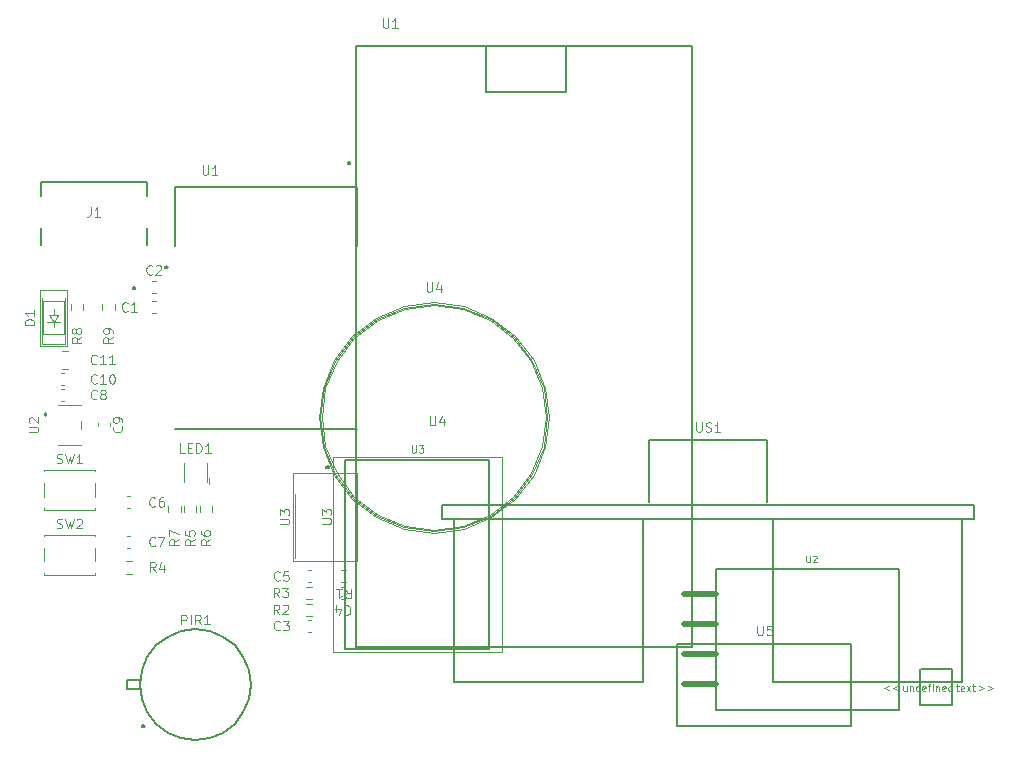
<source format=gbr>
%TF.GenerationSoftware,Flux,Pcbnew,7.0.11-7.0.11~ubuntu20.04.1*%
%TF.CreationDate,2024-04-08T19:48:30+00:00*%
%TF.ProjectId,input,696e7075-742e-46b6-9963-61645f706362,rev?*%
%TF.SameCoordinates,Original*%
%TF.FileFunction,Legend,Top*%
%TF.FilePolarity,Positive*%
%FSLAX46Y46*%
G04 Gerber Fmt 4.6, Leading zero omitted, Abs format (unit mm)*
G04 Filename: construction*
G04 Build it with Flux! Visit our site at: https://www.flux.ai (PCBNEW 7.0.11-7.0.11~ubuntu20.04.1) date 2024-04-08 19:48:30*
%MOMM*%
%LPD*%
G01*
G04 APERTURE LIST*
%ADD10C,0.071250*%
%ADD11C,0.095000*%
%ADD12C,0.095048*%
%ADD13C,0.076000*%
%ADD14C,0.093100*%
%ADD15C,0.066500*%
%ADD16C,0.152400*%
%ADD17C,0.200000*%
%ADD18C,0.127000*%
%ADD19C,0.100000*%
%ADD20C,0.120000*%
%ADD21C,0.050000*%
%ADD22C,0.220000*%
%ADD23C,0.508000*%
G04 APERTURE END LIST*
D10*
X26093072Y-13306966D02*
X25635929Y-13478395D01*
X25635929Y-13478395D02*
X26093072Y-13649823D01*
X26835929Y-13306966D02*
X26378786Y-13478395D01*
X26378786Y-13478395D02*
X26835929Y-13649823D01*
X27550215Y-13306966D02*
X27550215Y-13706966D01*
X27293072Y-13306966D02*
X27293072Y-13621252D01*
X27293072Y-13621252D02*
X27321643Y-13678395D01*
X27321643Y-13678395D02*
X27378786Y-13706966D01*
X27378786Y-13706966D02*
X27464500Y-13706966D01*
X27464500Y-13706966D02*
X27521643Y-13678395D01*
X27521643Y-13678395D02*
X27550215Y-13649823D01*
X27835929Y-13306966D02*
X27835929Y-13706966D01*
X27835929Y-13364109D02*
X27864500Y-13335537D01*
X27864500Y-13335537D02*
X27921643Y-13306966D01*
X27921643Y-13306966D02*
X28007357Y-13306966D01*
X28007357Y-13306966D02*
X28064500Y-13335537D01*
X28064500Y-13335537D02*
X28093072Y-13392680D01*
X28093072Y-13392680D02*
X28093072Y-13706966D01*
X28635929Y-13706966D02*
X28635929Y-13106966D01*
X28635929Y-13678395D02*
X28578786Y-13706966D01*
X28578786Y-13706966D02*
X28464500Y-13706966D01*
X28464500Y-13706966D02*
X28407357Y-13678395D01*
X28407357Y-13678395D02*
X28378786Y-13649823D01*
X28378786Y-13649823D02*
X28350214Y-13592680D01*
X28350214Y-13592680D02*
X28350214Y-13421252D01*
X28350214Y-13421252D02*
X28378786Y-13364109D01*
X28378786Y-13364109D02*
X28407357Y-13335537D01*
X28407357Y-13335537D02*
X28464500Y-13306966D01*
X28464500Y-13306966D02*
X28578786Y-13306966D01*
X28578786Y-13306966D02*
X28635929Y-13335537D01*
X29150214Y-13678395D02*
X29093071Y-13706966D01*
X29093071Y-13706966D02*
X28978786Y-13706966D01*
X28978786Y-13706966D02*
X28921643Y-13678395D01*
X28921643Y-13678395D02*
X28893071Y-13621252D01*
X28893071Y-13621252D02*
X28893071Y-13392680D01*
X28893071Y-13392680D02*
X28921643Y-13335537D01*
X28921643Y-13335537D02*
X28978786Y-13306966D01*
X28978786Y-13306966D02*
X29093071Y-13306966D01*
X29093071Y-13306966D02*
X29150214Y-13335537D01*
X29150214Y-13335537D02*
X29178786Y-13392680D01*
X29178786Y-13392680D02*
X29178786Y-13449823D01*
X29178786Y-13449823D02*
X28893071Y-13506966D01*
X29350214Y-13306966D02*
X29578786Y-13306966D01*
X29435929Y-13706966D02*
X29435929Y-13192680D01*
X29435929Y-13192680D02*
X29464500Y-13135537D01*
X29464500Y-13135537D02*
X29521643Y-13106966D01*
X29521643Y-13106966D02*
X29578786Y-13106966D01*
X29778786Y-13706966D02*
X29778786Y-13306966D01*
X29778786Y-13106966D02*
X29750214Y-13135537D01*
X29750214Y-13135537D02*
X29778786Y-13164109D01*
X29778786Y-13164109D02*
X29807357Y-13135537D01*
X29807357Y-13135537D02*
X29778786Y-13106966D01*
X29778786Y-13106966D02*
X29778786Y-13164109D01*
X30064500Y-13306966D02*
X30064500Y-13706966D01*
X30064500Y-13364109D02*
X30093071Y-13335537D01*
X30093071Y-13335537D02*
X30150214Y-13306966D01*
X30150214Y-13306966D02*
X30235928Y-13306966D01*
X30235928Y-13306966D02*
X30293071Y-13335537D01*
X30293071Y-13335537D02*
X30321643Y-13392680D01*
X30321643Y-13392680D02*
X30321643Y-13706966D01*
X30835928Y-13678395D02*
X30778785Y-13706966D01*
X30778785Y-13706966D02*
X30664500Y-13706966D01*
X30664500Y-13706966D02*
X30607357Y-13678395D01*
X30607357Y-13678395D02*
X30578785Y-13621252D01*
X30578785Y-13621252D02*
X30578785Y-13392680D01*
X30578785Y-13392680D02*
X30607357Y-13335537D01*
X30607357Y-13335537D02*
X30664500Y-13306966D01*
X30664500Y-13306966D02*
X30778785Y-13306966D01*
X30778785Y-13306966D02*
X30835928Y-13335537D01*
X30835928Y-13335537D02*
X30864500Y-13392680D01*
X30864500Y-13392680D02*
X30864500Y-13449823D01*
X30864500Y-13449823D02*
X30578785Y-13506966D01*
X31378786Y-13706966D02*
X31378786Y-13106966D01*
X31378786Y-13678395D02*
X31321643Y-13706966D01*
X31321643Y-13706966D02*
X31207357Y-13706966D01*
X31207357Y-13706966D02*
X31150214Y-13678395D01*
X31150214Y-13678395D02*
X31121643Y-13649823D01*
X31121643Y-13649823D02*
X31093071Y-13592680D01*
X31093071Y-13592680D02*
X31093071Y-13421252D01*
X31093071Y-13421252D02*
X31121643Y-13364109D01*
X31121643Y-13364109D02*
X31150214Y-13335537D01*
X31150214Y-13335537D02*
X31207357Y-13306966D01*
X31207357Y-13306966D02*
X31321643Y-13306966D01*
X31321643Y-13306966D02*
X31378786Y-13335537D01*
X31750214Y-13306966D02*
X31978786Y-13306966D01*
X31835929Y-13106966D02*
X31835929Y-13621252D01*
X31835929Y-13621252D02*
X31864500Y-13678395D01*
X31864500Y-13678395D02*
X31921643Y-13706966D01*
X31921643Y-13706966D02*
X31978786Y-13706966D01*
X32407357Y-13678395D02*
X32350214Y-13706966D01*
X32350214Y-13706966D02*
X32235929Y-13706966D01*
X32235929Y-13706966D02*
X32178786Y-13678395D01*
X32178786Y-13678395D02*
X32150214Y-13621252D01*
X32150214Y-13621252D02*
X32150214Y-13392680D01*
X32150214Y-13392680D02*
X32178786Y-13335537D01*
X32178786Y-13335537D02*
X32235929Y-13306966D01*
X32235929Y-13306966D02*
X32350214Y-13306966D01*
X32350214Y-13306966D02*
X32407357Y-13335537D01*
X32407357Y-13335537D02*
X32435929Y-13392680D01*
X32435929Y-13392680D02*
X32435929Y-13449823D01*
X32435929Y-13449823D02*
X32150214Y-13506966D01*
X32635929Y-13706966D02*
X32950215Y-13306966D01*
X32635929Y-13306966D02*
X32950215Y-13706966D01*
X33093071Y-13306966D02*
X33321643Y-13306966D01*
X33178786Y-13106966D02*
X33178786Y-13621252D01*
X33178786Y-13621252D02*
X33207357Y-13678395D01*
X33207357Y-13678395D02*
X33264500Y-13706966D01*
X33264500Y-13706966D02*
X33321643Y-13706966D01*
X33693072Y-13306966D02*
X34150215Y-13478395D01*
X34150215Y-13478395D02*
X33693072Y-13649823D01*
X34435929Y-13306966D02*
X34893072Y-13478395D01*
X34893072Y-13478395D02*
X34435929Y-13649823D01*
D11*
X-16771923Y43258544D02*
X-16771923Y42610925D01*
X-16771923Y42610925D02*
X-16733828Y42534735D01*
X-16733828Y42534735D02*
X-16695733Y42496640D01*
X-16695733Y42496640D02*
X-16619542Y42458544D01*
X-16619542Y42458544D02*
X-16467161Y42458544D01*
X-16467161Y42458544D02*
X-16390971Y42496640D01*
X-16390971Y42496640D02*
X-16352876Y42534735D01*
X-16352876Y42534735D02*
X-16314780Y42610925D01*
X-16314780Y42610925D02*
X-16314780Y43258544D01*
X-15514781Y42458544D02*
X-15971924Y42458544D01*
X-15743352Y42458544D02*
X-15743352Y43258544D01*
X-15743352Y43258544D02*
X-15819543Y43144259D01*
X-15819543Y43144259D02*
X-15895733Y43068068D01*
X-15895733Y43068068D02*
X-15971924Y43029973D01*
D12*
X9753228Y9046162D02*
X9753228Y8398219D01*
X9753228Y8398219D02*
X9791342Y8321991D01*
X9791342Y8321991D02*
X9829457Y8283877D01*
X9829457Y8283877D02*
X9905685Y8245762D01*
X9905685Y8245762D02*
X10058142Y8245762D01*
X10058142Y8245762D02*
X10134371Y8283877D01*
X10134371Y8283877D02*
X10172485Y8321991D01*
X10172485Y8321991D02*
X10210599Y8398219D01*
X10210599Y8398219D02*
X10210599Y9046162D01*
X10553628Y8283877D02*
X10667971Y8245762D01*
X10667971Y8245762D02*
X10858542Y8245762D01*
X10858542Y8245762D02*
X10934771Y8283877D01*
X10934771Y8283877D02*
X10972885Y8321991D01*
X10972885Y8321991D02*
X11010999Y8398219D01*
X11010999Y8398219D02*
X11010999Y8474448D01*
X11010999Y8474448D02*
X10972885Y8550677D01*
X10972885Y8550677D02*
X10934771Y8588791D01*
X10934771Y8588791D02*
X10858542Y8626905D01*
X10858542Y8626905D02*
X10706085Y8665019D01*
X10706085Y8665019D02*
X10629856Y8703134D01*
X10629856Y8703134D02*
X10591742Y8741248D01*
X10591742Y8741248D02*
X10553628Y8817477D01*
X10553628Y8817477D02*
X10553628Y8893705D01*
X10553628Y8893705D02*
X10591742Y8969934D01*
X10591742Y8969934D02*
X10629856Y9008048D01*
X10629856Y9008048D02*
X10706085Y9046162D01*
X10706085Y9046162D02*
X10896656Y9046162D01*
X10896656Y9046162D02*
X11010999Y9008048D01*
X11773285Y8245762D02*
X11315914Y8245762D01*
X11544599Y8245762D02*
X11544599Y9046162D01*
X11544599Y9046162D02*
X11468371Y8931819D01*
X11468371Y8931819D02*
X11392142Y8855591D01*
X11392142Y8855591D02*
X11315914Y8817477D01*
D11*
X-12792023Y9579444D02*
X-12792023Y8931825D01*
X-12792023Y8931825D02*
X-12753928Y8855635D01*
X-12753928Y8855635D02*
X-12715833Y8817540D01*
X-12715833Y8817540D02*
X-12639642Y8779444D01*
X-12639642Y8779444D02*
X-12487261Y8779444D01*
X-12487261Y8779444D02*
X-12411071Y8817540D01*
X-12411071Y8817540D02*
X-12372976Y8855635D01*
X-12372976Y8855635D02*
X-12334880Y8931825D01*
X-12334880Y8931825D02*
X-12334880Y9579444D01*
X-11611071Y9312778D02*
X-11611071Y8779444D01*
X-11801547Y9617540D02*
X-11992024Y9046111D01*
X-11992024Y9046111D02*
X-11496785Y9046111D01*
X-13082023Y20899444D02*
X-13082023Y20251825D01*
X-13082023Y20251825D02*
X-13043928Y20175635D01*
X-13043928Y20175635D02*
X-13005833Y20137540D01*
X-13005833Y20137540D02*
X-12929642Y20099444D01*
X-12929642Y20099444D02*
X-12777261Y20099444D01*
X-12777261Y20099444D02*
X-12701071Y20137540D01*
X-12701071Y20137540D02*
X-12662976Y20175635D01*
X-12662976Y20175635D02*
X-12624880Y20251825D01*
X-12624880Y20251825D02*
X-12624880Y20899444D01*
X-11901071Y20632778D02*
X-11901071Y20099444D01*
X-12091547Y20937540D02*
X-12282024Y20366111D01*
X-12282024Y20366111D02*
X-11786785Y20366111D01*
D13*
X-14358019Y7112475D02*
X-14358019Y6594380D01*
X-14358019Y6594380D02*
X-14327542Y6533428D01*
X-14327542Y6533428D02*
X-14297066Y6502952D01*
X-14297066Y6502952D02*
X-14236114Y6472475D01*
X-14236114Y6472475D02*
X-14114209Y6472475D01*
X-14114209Y6472475D02*
X-14053257Y6502952D01*
X-14053257Y6502952D02*
X-14022780Y6533428D01*
X-14022780Y6533428D02*
X-13992304Y6594380D01*
X-13992304Y6594380D02*
X-13992304Y7112475D01*
X-13748495Y7112475D02*
X-13352304Y7112475D01*
X-13352304Y7112475D02*
X-13565638Y6868666D01*
X-13565638Y6868666D02*
X-13474209Y6868666D01*
X-13474209Y6868666D02*
X-13413257Y6838190D01*
X-13413257Y6838190D02*
X-13382781Y6807713D01*
X-13382781Y6807713D02*
X-13352304Y6746761D01*
X-13352304Y6746761D02*
X-13352304Y6594380D01*
X-13352304Y6594380D02*
X-13382781Y6533428D01*
X-13382781Y6533428D02*
X-13413257Y6502952D01*
X-13413257Y6502952D02*
X-13474209Y6472475D01*
X-13474209Y6472475D02*
X-13657066Y6472475D01*
X-13657066Y6472475D02*
X-13718019Y6502952D01*
X-13718019Y6502952D02*
X-13748495Y6533428D01*
D11*
X-34051835Y-846132D02*
X-34432788Y-1112799D01*
X-34051835Y-1303275D02*
X-34851835Y-1303275D01*
X-34851835Y-1303275D02*
X-34851835Y-998513D01*
X-34851835Y-998513D02*
X-34813740Y-922323D01*
X-34813740Y-922323D02*
X-34775645Y-884228D01*
X-34775645Y-884228D02*
X-34699454Y-846132D01*
X-34699454Y-846132D02*
X-34585169Y-846132D01*
X-34585169Y-846132D02*
X-34508978Y-884228D01*
X-34508978Y-884228D02*
X-34470883Y-922323D01*
X-34470883Y-922323D02*
X-34432788Y-998513D01*
X-34432788Y-998513D02*
X-34432788Y-1303275D01*
X-34851835Y-579466D02*
X-34851835Y-46132D01*
X-34851835Y-46132D02*
X-34051835Y-388990D01*
X-42301842Y16253867D02*
X-42682795Y15987200D01*
X-42301842Y15796724D02*
X-43101842Y15796724D01*
X-43101842Y15796724D02*
X-43101842Y16101486D01*
X-43101842Y16101486D02*
X-43063747Y16177676D01*
X-43063747Y16177676D02*
X-43025652Y16215771D01*
X-43025652Y16215771D02*
X-42949461Y16253867D01*
X-42949461Y16253867D02*
X-42835176Y16253867D01*
X-42835176Y16253867D02*
X-42758985Y16215771D01*
X-42758985Y16215771D02*
X-42720890Y16177676D01*
X-42720890Y16177676D02*
X-42682795Y16101486D01*
X-42682795Y16101486D02*
X-42682795Y15796724D01*
X-42758985Y16711009D02*
X-42797080Y16634819D01*
X-42797080Y16634819D02*
X-42835176Y16596724D01*
X-42835176Y16596724D02*
X-42911366Y16558628D01*
X-42911366Y16558628D02*
X-42949461Y16558628D01*
X-42949461Y16558628D02*
X-43025652Y16596724D01*
X-43025652Y16596724D02*
X-43063747Y16634819D01*
X-43063747Y16634819D02*
X-43101842Y16711009D01*
X-43101842Y16711009D02*
X-43101842Y16863390D01*
X-43101842Y16863390D02*
X-43063747Y16939581D01*
X-43063747Y16939581D02*
X-43025652Y16977676D01*
X-43025652Y16977676D02*
X-42949461Y17015771D01*
X-42949461Y17015771D02*
X-42911366Y17015771D01*
X-42911366Y17015771D02*
X-42835176Y16977676D01*
X-42835176Y16977676D02*
X-42797080Y16939581D01*
X-42797080Y16939581D02*
X-42758985Y16863390D01*
X-42758985Y16863390D02*
X-42758985Y16711009D01*
X-42758985Y16711009D02*
X-42720890Y16634819D01*
X-42720890Y16634819D02*
X-42682795Y16596724D01*
X-42682795Y16596724D02*
X-42606604Y16558628D01*
X-42606604Y16558628D02*
X-42454223Y16558628D01*
X-42454223Y16558628D02*
X-42378033Y16596724D01*
X-42378033Y16596724D02*
X-42339938Y16634819D01*
X-42339938Y16634819D02*
X-42301842Y16711009D01*
X-42301842Y16711009D02*
X-42301842Y16863390D01*
X-42301842Y16863390D02*
X-42339938Y16939581D01*
X-42339938Y16939581D02*
X-42378033Y16977676D01*
X-42378033Y16977676D02*
X-42454223Y17015771D01*
X-42454223Y17015771D02*
X-42606604Y17015771D01*
X-42606604Y17015771D02*
X-42682795Y16977676D01*
X-42682795Y16977676D02*
X-42720890Y16939581D01*
X-42720890Y16939581D02*
X-42758985Y16863390D01*
X-32051523Y30807044D02*
X-32051523Y30159425D01*
X-32051523Y30159425D02*
X-32013428Y30083235D01*
X-32013428Y30083235D02*
X-31975333Y30045140D01*
X-31975333Y30045140D02*
X-31899142Y30007044D01*
X-31899142Y30007044D02*
X-31746761Y30007044D01*
X-31746761Y30007044D02*
X-31670571Y30045140D01*
X-31670571Y30045140D02*
X-31632476Y30083235D01*
X-31632476Y30083235D02*
X-31594380Y30159425D01*
X-31594380Y30159425D02*
X-31594380Y30807044D01*
X-30794381Y30007044D02*
X-31251524Y30007044D01*
X-31022952Y30007044D02*
X-31022952Y30807044D01*
X-31022952Y30807044D02*
X-31099143Y30692759D01*
X-31099143Y30692759D02*
X-31175333Y30616568D01*
X-31175333Y30616568D02*
X-31251524Y30578473D01*
X-25515332Y-4276764D02*
X-25553428Y-4314860D01*
X-25553428Y-4314860D02*
X-25667713Y-4352955D01*
X-25667713Y-4352955D02*
X-25743904Y-4352955D01*
X-25743904Y-4352955D02*
X-25858190Y-4314860D01*
X-25858190Y-4314860D02*
X-25934380Y-4238669D01*
X-25934380Y-4238669D02*
X-25972475Y-4162479D01*
X-25972475Y-4162479D02*
X-26010571Y-4010098D01*
X-26010571Y-4010098D02*
X-26010571Y-3895812D01*
X-26010571Y-3895812D02*
X-25972475Y-3743431D01*
X-25972475Y-3743431D02*
X-25934380Y-3667240D01*
X-25934380Y-3667240D02*
X-25858190Y-3591050D01*
X-25858190Y-3591050D02*
X-25743904Y-3552955D01*
X-25743904Y-3552955D02*
X-25667713Y-3552955D01*
X-25667713Y-3552955D02*
X-25553428Y-3591050D01*
X-25553428Y-3591050D02*
X-25515332Y-3629145D01*
X-24791523Y-3552955D02*
X-25172475Y-3552955D01*
X-25172475Y-3552955D02*
X-25210571Y-3933907D01*
X-25210571Y-3933907D02*
X-25172475Y-3895812D01*
X-25172475Y-3895812D02*
X-25096285Y-3857717D01*
X-25096285Y-3857717D02*
X-24905809Y-3857717D01*
X-24905809Y-3857717D02*
X-24829618Y-3895812D01*
X-24829618Y-3895812D02*
X-24791523Y-3933907D01*
X-24791523Y-3933907D02*
X-24753428Y-4010098D01*
X-24753428Y-4010098D02*
X-24753428Y-4200574D01*
X-24753428Y-4200574D02*
X-24791523Y-4276764D01*
X-24791523Y-4276764D02*
X-24829618Y-4314860D01*
X-24829618Y-4314860D02*
X-24905809Y-4352955D01*
X-24905809Y-4352955D02*
X-25096285Y-4352955D01*
X-25096285Y-4352955D02*
X-25172475Y-4314860D01*
X-25172475Y-4314860D02*
X-25210571Y-4276764D01*
X-25515332Y-8498964D02*
X-25553428Y-8537060D01*
X-25553428Y-8537060D02*
X-25667713Y-8575155D01*
X-25667713Y-8575155D02*
X-25743904Y-8575155D01*
X-25743904Y-8575155D02*
X-25858190Y-8537060D01*
X-25858190Y-8537060D02*
X-25934380Y-8460869D01*
X-25934380Y-8460869D02*
X-25972475Y-8384679D01*
X-25972475Y-8384679D02*
X-26010571Y-8232298D01*
X-26010571Y-8232298D02*
X-26010571Y-8118012D01*
X-26010571Y-8118012D02*
X-25972475Y-7965631D01*
X-25972475Y-7965631D02*
X-25934380Y-7889440D01*
X-25934380Y-7889440D02*
X-25858190Y-7813250D01*
X-25858190Y-7813250D02*
X-25743904Y-7775155D01*
X-25743904Y-7775155D02*
X-25667713Y-7775155D01*
X-25667713Y-7775155D02*
X-25553428Y-7813250D01*
X-25553428Y-7813250D02*
X-25515332Y-7851345D01*
X-25248666Y-7775155D02*
X-24753428Y-7775155D01*
X-24753428Y-7775155D02*
X-25020094Y-8079917D01*
X-25020094Y-8079917D02*
X-24905809Y-8079917D01*
X-24905809Y-8079917D02*
X-24829618Y-8118012D01*
X-24829618Y-8118012D02*
X-24791523Y-8156107D01*
X-24791523Y-8156107D02*
X-24753428Y-8232298D01*
X-24753428Y-8232298D02*
X-24753428Y-8422774D01*
X-24753428Y-8422774D02*
X-24791523Y-8498964D01*
X-24791523Y-8498964D02*
X-24829618Y-8537060D01*
X-24829618Y-8537060D02*
X-24905809Y-8575155D01*
X-24905809Y-8575155D02*
X-25134380Y-8575155D01*
X-25134380Y-8575155D02*
X-25210571Y-8537060D01*
X-25210571Y-8537060D02*
X-25248666Y-8498964D01*
X-32726835Y-846132D02*
X-33107788Y-1112799D01*
X-32726835Y-1303275D02*
X-33526835Y-1303275D01*
X-33526835Y-1303275D02*
X-33526835Y-998513D01*
X-33526835Y-998513D02*
X-33488740Y-922323D01*
X-33488740Y-922323D02*
X-33450645Y-884228D01*
X-33450645Y-884228D02*
X-33374454Y-846132D01*
X-33374454Y-846132D02*
X-33260169Y-846132D01*
X-33260169Y-846132D02*
X-33183978Y-884228D01*
X-33183978Y-884228D02*
X-33145883Y-922323D01*
X-33145883Y-922323D02*
X-33107788Y-998513D01*
X-33107788Y-998513D02*
X-33107788Y-1303275D01*
X-33526835Y-122323D02*
X-33526835Y-503275D01*
X-33526835Y-503275D02*
X-33145883Y-541371D01*
X-33145883Y-541371D02*
X-33183978Y-503275D01*
X-33183978Y-503275D02*
X-33222073Y-427085D01*
X-33222073Y-427085D02*
X-33222073Y-236609D01*
X-33222073Y-236609D02*
X-33183978Y-160418D01*
X-33183978Y-160418D02*
X-33145883Y-122323D01*
X-33145883Y-122323D02*
X-33069692Y-84228D01*
X-33069692Y-84228D02*
X-32879216Y-84228D01*
X-32879216Y-84228D02*
X-32803026Y-122323D01*
X-32803026Y-122323D02*
X-32764931Y-160418D01*
X-32764931Y-160418D02*
X-32726835Y-236609D01*
X-32726835Y-236609D02*
X-32726835Y-427085D01*
X-32726835Y-427085D02*
X-32764931Y-503275D01*
X-32764931Y-503275D02*
X-32803026Y-541371D01*
X-44383667Y5610140D02*
X-44269381Y5572044D01*
X-44269381Y5572044D02*
X-44078905Y5572044D01*
X-44078905Y5572044D02*
X-44002714Y5610140D01*
X-44002714Y5610140D02*
X-43964619Y5648235D01*
X-43964619Y5648235D02*
X-43926524Y5724425D01*
X-43926524Y5724425D02*
X-43926524Y5800616D01*
X-43926524Y5800616D02*
X-43964619Y5876806D01*
X-43964619Y5876806D02*
X-44002714Y5914901D01*
X-44002714Y5914901D02*
X-44078905Y5952997D01*
X-44078905Y5952997D02*
X-44231286Y5991092D01*
X-44231286Y5991092D02*
X-44307476Y6029187D01*
X-44307476Y6029187D02*
X-44345571Y6067282D01*
X-44345571Y6067282D02*
X-44383667Y6143473D01*
X-44383667Y6143473D02*
X-44383667Y6219663D01*
X-44383667Y6219663D02*
X-44345571Y6295854D01*
X-44345571Y6295854D02*
X-44307476Y6333949D01*
X-44307476Y6333949D02*
X-44231286Y6372044D01*
X-44231286Y6372044D02*
X-44040809Y6372044D01*
X-44040809Y6372044D02*
X-43926524Y6333949D01*
X-43659857Y6372044D02*
X-43469381Y5572044D01*
X-43469381Y5572044D02*
X-43317000Y6143473D01*
X-43317000Y6143473D02*
X-43164619Y5572044D01*
X-43164619Y5572044D02*
X-42974143Y6372044D01*
X-42250333Y5572044D02*
X-42707476Y5572044D01*
X-42478904Y5572044D02*
X-42478904Y6372044D01*
X-42478904Y6372044D02*
X-42555095Y6257759D01*
X-42555095Y6257759D02*
X-42631285Y6181568D01*
X-42631285Y6181568D02*
X-42707476Y6143473D01*
X-41533666Y27272044D02*
X-41533666Y26700616D01*
X-41533666Y26700616D02*
X-41571761Y26586330D01*
X-41571761Y26586330D02*
X-41647952Y26510140D01*
X-41647952Y26510140D02*
X-41762237Y26472044D01*
X-41762237Y26472044D02*
X-41838428Y26472044D01*
X-40733666Y26472044D02*
X-41190809Y26472044D01*
X-40962237Y26472044D02*
X-40962237Y27272044D01*
X-40962237Y27272044D02*
X-41038428Y27157759D01*
X-41038428Y27157759D02*
X-41114618Y27081568D01*
X-41114618Y27081568D02*
X-41190809Y27043473D01*
X-31401835Y-846132D02*
X-31782788Y-1112799D01*
X-31401835Y-1303275D02*
X-32201835Y-1303275D01*
X-32201835Y-1303275D02*
X-32201835Y-998513D01*
X-32201835Y-998513D02*
X-32163740Y-922323D01*
X-32163740Y-922323D02*
X-32125645Y-884228D01*
X-32125645Y-884228D02*
X-32049454Y-846132D01*
X-32049454Y-846132D02*
X-31935169Y-846132D01*
X-31935169Y-846132D02*
X-31858978Y-884228D01*
X-31858978Y-884228D02*
X-31820883Y-922323D01*
X-31820883Y-922323D02*
X-31782788Y-998513D01*
X-31782788Y-998513D02*
X-31782788Y-1303275D01*
X-32201835Y-160418D02*
X-32201835Y-312799D01*
X-32201835Y-312799D02*
X-32163740Y-388990D01*
X-32163740Y-388990D02*
X-32125645Y-427085D01*
X-32125645Y-427085D02*
X-32011359Y-503275D01*
X-32011359Y-503275D02*
X-31858978Y-541371D01*
X-31858978Y-541371D02*
X-31554216Y-541371D01*
X-31554216Y-541371D02*
X-31478026Y-503275D01*
X-31478026Y-503275D02*
X-31439931Y-465180D01*
X-31439931Y-465180D02*
X-31401835Y-388990D01*
X-31401835Y-388990D02*
X-31401835Y-236609D01*
X-31401835Y-236609D02*
X-31439931Y-160418D01*
X-31439931Y-160418D02*
X-31478026Y-122323D01*
X-31478026Y-122323D02*
X-31554216Y-84228D01*
X-31554216Y-84228D02*
X-31744692Y-84228D01*
X-31744692Y-84228D02*
X-31820883Y-122323D01*
X-31820883Y-122323D02*
X-31858978Y-160418D01*
X-31858978Y-160418D02*
X-31897073Y-236609D01*
X-31897073Y-236609D02*
X-31897073Y-388990D01*
X-31897073Y-388990D02*
X-31858978Y-465180D01*
X-31858978Y-465180D02*
X-31820883Y-503275D01*
X-31820883Y-503275D02*
X-31744692Y-541371D01*
X-36075332Y-1376770D02*
X-36113428Y-1414866D01*
X-36113428Y-1414866D02*
X-36227713Y-1452961D01*
X-36227713Y-1452961D02*
X-36303904Y-1452961D01*
X-36303904Y-1452961D02*
X-36418190Y-1414866D01*
X-36418190Y-1414866D02*
X-36494380Y-1338675D01*
X-36494380Y-1338675D02*
X-36532475Y-1262485D01*
X-36532475Y-1262485D02*
X-36570571Y-1110104D01*
X-36570571Y-1110104D02*
X-36570571Y-995818D01*
X-36570571Y-995818D02*
X-36532475Y-843437D01*
X-36532475Y-843437D02*
X-36494380Y-767246D01*
X-36494380Y-767246D02*
X-36418190Y-691056D01*
X-36418190Y-691056D02*
X-36303904Y-652961D01*
X-36303904Y-652961D02*
X-36227713Y-652961D01*
X-36227713Y-652961D02*
X-36113428Y-691056D01*
X-36113428Y-691056D02*
X-36075332Y-729151D01*
X-35808666Y-652961D02*
X-35275332Y-652961D01*
X-35275332Y-652961D02*
X-35618190Y-1452961D01*
X-44383667Y110140D02*
X-44269381Y72044D01*
X-44269381Y72044D02*
X-44078905Y72044D01*
X-44078905Y72044D02*
X-44002714Y110140D01*
X-44002714Y110140D02*
X-43964619Y148235D01*
X-43964619Y148235D02*
X-43926524Y224425D01*
X-43926524Y224425D02*
X-43926524Y300616D01*
X-43926524Y300616D02*
X-43964619Y376806D01*
X-43964619Y376806D02*
X-44002714Y414901D01*
X-44002714Y414901D02*
X-44078905Y452997D01*
X-44078905Y452997D02*
X-44231286Y491092D01*
X-44231286Y491092D02*
X-44307476Y529187D01*
X-44307476Y529187D02*
X-44345571Y567282D01*
X-44345571Y567282D02*
X-44383667Y643473D01*
X-44383667Y643473D02*
X-44383667Y719663D01*
X-44383667Y719663D02*
X-44345571Y795854D01*
X-44345571Y795854D02*
X-44307476Y833949D01*
X-44307476Y833949D02*
X-44231286Y872044D01*
X-44231286Y872044D02*
X-44040809Y872044D01*
X-44040809Y872044D02*
X-43926524Y833949D01*
X-43659857Y872044D02*
X-43469381Y72044D01*
X-43469381Y72044D02*
X-43317000Y643473D01*
X-43317000Y643473D02*
X-43164619Y72044D01*
X-43164619Y72044D02*
X-42974143Y872044D01*
X-42707476Y795854D02*
X-42669380Y833949D01*
X-42669380Y833949D02*
X-42593190Y872044D01*
X-42593190Y872044D02*
X-42402714Y872044D01*
X-42402714Y872044D02*
X-42326523Y833949D01*
X-42326523Y833949D02*
X-42288428Y795854D01*
X-42288428Y795854D02*
X-42250333Y719663D01*
X-42250333Y719663D02*
X-42250333Y643473D01*
X-42250333Y643473D02*
X-42288428Y529187D01*
X-42288428Y529187D02*
X-42745571Y72044D01*
X-42745571Y72044D02*
X-42250333Y72044D01*
X-33562233Y6472044D02*
X-33943185Y6472044D01*
X-33943185Y6472044D02*
X-33943185Y7272044D01*
X-33295566Y6891092D02*
X-33028900Y6891092D01*
X-32914614Y6472044D02*
X-33295566Y6472044D01*
X-33295566Y6472044D02*
X-33295566Y7272044D01*
X-33295566Y7272044D02*
X-32914614Y7272044D01*
X-32571756Y6472044D02*
X-32571756Y7272044D01*
X-32571756Y7272044D02*
X-32381280Y7272044D01*
X-32381280Y7272044D02*
X-32266994Y7233949D01*
X-32266994Y7233949D02*
X-32190804Y7157759D01*
X-32190804Y7157759D02*
X-32152709Y7081568D01*
X-32152709Y7081568D02*
X-32114613Y6929187D01*
X-32114613Y6929187D02*
X-32114613Y6814901D01*
X-32114613Y6814901D02*
X-32152709Y6662520D01*
X-32152709Y6662520D02*
X-32190804Y6586330D01*
X-32190804Y6586330D02*
X-32266994Y6510140D01*
X-32266994Y6510140D02*
X-32381280Y6472044D01*
X-32381280Y6472044D02*
X-32571756Y6472044D01*
X-31352709Y6472044D02*
X-31809852Y6472044D01*
X-31581280Y6472044D02*
X-31581280Y7272044D01*
X-31581280Y7272044D02*
X-31657471Y7157759D01*
X-31657471Y7157759D02*
X-31733661Y7081568D01*
X-31733661Y7081568D02*
X-31809852Y7043473D01*
X-19978671Y-5052644D02*
X-19712004Y-5433597D01*
X-19521528Y-5052644D02*
X-19521528Y-5852644D01*
X-19521528Y-5852644D02*
X-19826290Y-5852644D01*
X-19826290Y-5852644D02*
X-19902480Y-5814549D01*
X-19902480Y-5814549D02*
X-19940575Y-5776454D01*
X-19940575Y-5776454D02*
X-19978671Y-5700263D01*
X-19978671Y-5700263D02*
X-19978671Y-5585978D01*
X-19978671Y-5585978D02*
X-19940575Y-5509787D01*
X-19940575Y-5509787D02*
X-19902480Y-5471692D01*
X-19902480Y-5471692D02*
X-19826290Y-5433597D01*
X-19826290Y-5433597D02*
X-19521528Y-5433597D01*
X-20740575Y-5052644D02*
X-20283432Y-5052644D01*
X-20512004Y-5052644D02*
X-20512004Y-5852644D01*
X-20512004Y-5852644D02*
X-20435813Y-5738359D01*
X-20435813Y-5738359D02*
X-20359623Y-5662168D01*
X-20359623Y-5662168D02*
X-20283432Y-5624073D01*
X-20028671Y-6532135D02*
X-19990575Y-6494040D01*
X-19990575Y-6494040D02*
X-19876290Y-6455944D01*
X-19876290Y-6455944D02*
X-19800099Y-6455944D01*
X-19800099Y-6455944D02*
X-19685813Y-6494040D01*
X-19685813Y-6494040D02*
X-19609623Y-6570230D01*
X-19609623Y-6570230D02*
X-19571528Y-6646420D01*
X-19571528Y-6646420D02*
X-19533432Y-6798801D01*
X-19533432Y-6798801D02*
X-19533432Y-6913087D01*
X-19533432Y-6913087D02*
X-19571528Y-7065468D01*
X-19571528Y-7065468D02*
X-19609623Y-7141659D01*
X-19609623Y-7141659D02*
X-19685813Y-7217849D01*
X-19685813Y-7217849D02*
X-19800099Y-7255944D01*
X-19800099Y-7255944D02*
X-19876290Y-7255944D01*
X-19876290Y-7255944D02*
X-19990575Y-7217849D01*
X-19990575Y-7217849D02*
X-20028671Y-7179754D01*
X-20714385Y-6989278D02*
X-20714385Y-6455944D01*
X-20523909Y-7294040D02*
X-20333432Y-6722611D01*
X-20333432Y-6722611D02*
X-20828671Y-6722611D01*
X-38405332Y18498235D02*
X-38443428Y18460140D01*
X-38443428Y18460140D02*
X-38557713Y18422044D01*
X-38557713Y18422044D02*
X-38633904Y18422044D01*
X-38633904Y18422044D02*
X-38748190Y18460140D01*
X-38748190Y18460140D02*
X-38824380Y18536330D01*
X-38824380Y18536330D02*
X-38862475Y18612520D01*
X-38862475Y18612520D02*
X-38900571Y18764901D01*
X-38900571Y18764901D02*
X-38900571Y18879187D01*
X-38900571Y18879187D02*
X-38862475Y19031568D01*
X-38862475Y19031568D02*
X-38824380Y19107759D01*
X-38824380Y19107759D02*
X-38748190Y19183949D01*
X-38748190Y19183949D02*
X-38633904Y19222044D01*
X-38633904Y19222044D02*
X-38557713Y19222044D01*
X-38557713Y19222044D02*
X-38443428Y19183949D01*
X-38443428Y19183949D02*
X-38405332Y19145854D01*
X-37643428Y18422044D02*
X-38100571Y18422044D01*
X-37871999Y18422044D02*
X-37871999Y19222044D01*
X-37871999Y19222044D02*
X-37948190Y19107759D01*
X-37948190Y19107759D02*
X-38024380Y19031568D01*
X-38024380Y19031568D02*
X-38100571Y18993473D01*
D14*
X-21933148Y459867D02*
X-21298482Y459867D01*
X-21298482Y459867D02*
X-21223815Y497201D01*
X-21223815Y497201D02*
X-21186482Y534534D01*
X-21186482Y534534D02*
X-21149148Y609201D01*
X-21149148Y609201D02*
X-21149148Y758534D01*
X-21149148Y758534D02*
X-21186482Y833201D01*
X-21186482Y833201D02*
X-21223815Y870534D01*
X-21223815Y870534D02*
X-21298482Y907867D01*
X-21298482Y907867D02*
X-21933148Y907867D01*
X-21933148Y1206534D02*
X-21933148Y1691867D01*
X-21933148Y1691867D02*
X-21634482Y1430534D01*
X-21634482Y1430534D02*
X-21634482Y1542534D01*
X-21634482Y1542534D02*
X-21597148Y1617200D01*
X-21597148Y1617200D02*
X-21559815Y1654534D01*
X-21559815Y1654534D02*
X-21485148Y1691867D01*
X-21485148Y1691867D02*
X-21298482Y1691867D01*
X-21298482Y1691867D02*
X-21223815Y1654534D01*
X-21223815Y1654534D02*
X-21186482Y1617200D01*
X-21186482Y1617200D02*
X-21149148Y1542534D01*
X-21149148Y1542534D02*
X-21149148Y1318534D01*
X-21149148Y1318534D02*
X-21186482Y1243867D01*
X-21186482Y1243867D02*
X-21223815Y1206534D01*
D11*
X-25501844Y427664D02*
X-24854225Y427664D01*
X-24854225Y427664D02*
X-24778035Y465759D01*
X-24778035Y465759D02*
X-24739940Y503854D01*
X-24739940Y503854D02*
X-24701844Y580045D01*
X-24701844Y580045D02*
X-24701844Y732426D01*
X-24701844Y732426D02*
X-24739940Y808616D01*
X-24739940Y808616D02*
X-24778035Y846711D01*
X-24778035Y846711D02*
X-24854225Y884807D01*
X-24854225Y884807D02*
X-25501844Y884807D01*
X-25501844Y1189568D02*
X-25501844Y1684806D01*
X-25501844Y1684806D02*
X-25197082Y1418140D01*
X-25197082Y1418140D02*
X-25197082Y1532425D01*
X-25197082Y1532425D02*
X-25158987Y1608616D01*
X-25158987Y1608616D02*
X-25120892Y1646711D01*
X-25120892Y1646711D02*
X-25044701Y1684806D01*
X-25044701Y1684806D02*
X-24854225Y1684806D01*
X-24854225Y1684806D02*
X-24778035Y1646711D01*
X-24778035Y1646711D02*
X-24739940Y1608616D01*
X-24739940Y1608616D02*
X-24701844Y1532425D01*
X-24701844Y1532425D02*
X-24701844Y1303854D01*
X-24701844Y1303854D02*
X-24739940Y1227663D01*
X-24739940Y1227663D02*
X-24778035Y1189568D01*
X-36075332Y1973229D02*
X-36113428Y1935134D01*
X-36113428Y1935134D02*
X-36227713Y1897038D01*
X-36227713Y1897038D02*
X-36303904Y1897038D01*
X-36303904Y1897038D02*
X-36418190Y1935134D01*
X-36418190Y1935134D02*
X-36494380Y2011324D01*
X-36494380Y2011324D02*
X-36532475Y2087514D01*
X-36532475Y2087514D02*
X-36570571Y2239895D01*
X-36570571Y2239895D02*
X-36570571Y2354181D01*
X-36570571Y2354181D02*
X-36532475Y2506562D01*
X-36532475Y2506562D02*
X-36494380Y2582753D01*
X-36494380Y2582753D02*
X-36418190Y2658943D01*
X-36418190Y2658943D02*
X-36303904Y2697038D01*
X-36303904Y2697038D02*
X-36227713Y2697038D01*
X-36227713Y2697038D02*
X-36113428Y2658943D01*
X-36113428Y2658943D02*
X-36075332Y2620848D01*
X-35389618Y2697038D02*
X-35541999Y2697038D01*
X-35541999Y2697038D02*
X-35618190Y2658943D01*
X-35618190Y2658943D02*
X-35656285Y2620848D01*
X-35656285Y2620848D02*
X-35732475Y2506562D01*
X-35732475Y2506562D02*
X-35770571Y2354181D01*
X-35770571Y2354181D02*
X-35770571Y2049419D01*
X-35770571Y2049419D02*
X-35732475Y1973229D01*
X-35732475Y1973229D02*
X-35694380Y1935134D01*
X-35694380Y1935134D02*
X-35618190Y1897038D01*
X-35618190Y1897038D02*
X-35465809Y1897038D01*
X-35465809Y1897038D02*
X-35389618Y1935134D01*
X-35389618Y1935134D02*
X-35351523Y1973229D01*
X-35351523Y1973229D02*
X-35313428Y2049419D01*
X-35313428Y2049419D02*
X-35313428Y2239895D01*
X-35313428Y2239895D02*
X-35351523Y2316086D01*
X-35351523Y2316086D02*
X-35389618Y2354181D01*
X-35389618Y2354181D02*
X-35465809Y2392276D01*
X-35465809Y2392276D02*
X-35618190Y2392276D01*
X-35618190Y2392276D02*
X-35694380Y2354181D01*
X-35694380Y2354181D02*
X-35732475Y2316086D01*
X-35732475Y2316086D02*
X-35770571Y2239895D01*
X-38908035Y8703871D02*
X-38869940Y8665775D01*
X-38869940Y8665775D02*
X-38831844Y8551490D01*
X-38831844Y8551490D02*
X-38831844Y8475299D01*
X-38831844Y8475299D02*
X-38869940Y8361013D01*
X-38869940Y8361013D02*
X-38946130Y8284823D01*
X-38946130Y8284823D02*
X-39022320Y8246728D01*
X-39022320Y8246728D02*
X-39174701Y8208632D01*
X-39174701Y8208632D02*
X-39288987Y8208632D01*
X-39288987Y8208632D02*
X-39441368Y8246728D01*
X-39441368Y8246728D02*
X-39517559Y8284823D01*
X-39517559Y8284823D02*
X-39593749Y8361013D01*
X-39593749Y8361013D02*
X-39631844Y8475299D01*
X-39631844Y8475299D02*
X-39631844Y8551490D01*
X-39631844Y8551490D02*
X-39593749Y8665775D01*
X-39593749Y8665775D02*
X-39555654Y8703871D01*
X-38831844Y9084823D02*
X-38831844Y9237204D01*
X-38831844Y9237204D02*
X-38869940Y9313394D01*
X-38869940Y9313394D02*
X-38908035Y9351490D01*
X-38908035Y9351490D02*
X-39022320Y9427680D01*
X-39022320Y9427680D02*
X-39174701Y9465775D01*
X-39174701Y9465775D02*
X-39479463Y9465775D01*
X-39479463Y9465775D02*
X-39555654Y9427680D01*
X-39555654Y9427680D02*
X-39593749Y9389585D01*
X-39593749Y9389585D02*
X-39631844Y9313394D01*
X-39631844Y9313394D02*
X-39631844Y9161013D01*
X-39631844Y9161013D02*
X-39593749Y9084823D01*
X-39593749Y9084823D02*
X-39555654Y9046728D01*
X-39555654Y9046728D02*
X-39479463Y9008632D01*
X-39479463Y9008632D02*
X-39288987Y9008632D01*
X-39288987Y9008632D02*
X-39212797Y9046728D01*
X-39212797Y9046728D02*
X-39174701Y9084823D01*
X-39174701Y9084823D02*
X-39136606Y9161013D01*
X-39136606Y9161013D02*
X-39136606Y9313394D01*
X-39136606Y9313394D02*
X-39174701Y9389585D01*
X-39174701Y9389585D02*
X-39212797Y9427680D01*
X-39212797Y9427680D02*
X-39288987Y9465775D01*
X-41025332Y11068227D02*
X-41063428Y11030132D01*
X-41063428Y11030132D02*
X-41177713Y10992036D01*
X-41177713Y10992036D02*
X-41253904Y10992036D01*
X-41253904Y10992036D02*
X-41368190Y11030132D01*
X-41368190Y11030132D02*
X-41444380Y11106322D01*
X-41444380Y11106322D02*
X-41482475Y11182512D01*
X-41482475Y11182512D02*
X-41520571Y11334893D01*
X-41520571Y11334893D02*
X-41520571Y11449179D01*
X-41520571Y11449179D02*
X-41482475Y11601560D01*
X-41482475Y11601560D02*
X-41444380Y11677751D01*
X-41444380Y11677751D02*
X-41368190Y11753941D01*
X-41368190Y11753941D02*
X-41253904Y11792036D01*
X-41253904Y11792036D02*
X-41177713Y11792036D01*
X-41177713Y11792036D02*
X-41063428Y11753941D01*
X-41063428Y11753941D02*
X-41025332Y11715846D01*
X-40568190Y11449179D02*
X-40644380Y11487274D01*
X-40644380Y11487274D02*
X-40682475Y11525370D01*
X-40682475Y11525370D02*
X-40720571Y11601560D01*
X-40720571Y11601560D02*
X-40720571Y11639655D01*
X-40720571Y11639655D02*
X-40682475Y11715846D01*
X-40682475Y11715846D02*
X-40644380Y11753941D01*
X-40644380Y11753941D02*
X-40568190Y11792036D01*
X-40568190Y11792036D02*
X-40415809Y11792036D01*
X-40415809Y11792036D02*
X-40339618Y11753941D01*
X-40339618Y11753941D02*
X-40301523Y11715846D01*
X-40301523Y11715846D02*
X-40263428Y11639655D01*
X-40263428Y11639655D02*
X-40263428Y11601560D01*
X-40263428Y11601560D02*
X-40301523Y11525370D01*
X-40301523Y11525370D02*
X-40339618Y11487274D01*
X-40339618Y11487274D02*
X-40415809Y11449179D01*
X-40415809Y11449179D02*
X-40568190Y11449179D01*
X-40568190Y11449179D02*
X-40644380Y11411084D01*
X-40644380Y11411084D02*
X-40682475Y11372989D01*
X-40682475Y11372989D02*
X-40720571Y11296798D01*
X-40720571Y11296798D02*
X-40720571Y11144417D01*
X-40720571Y11144417D02*
X-40682475Y11068227D01*
X-40682475Y11068227D02*
X-40644380Y11030132D01*
X-40644380Y11030132D02*
X-40568190Y10992036D01*
X-40568190Y10992036D02*
X-40415809Y10992036D01*
X-40415809Y10992036D02*
X-40339618Y11030132D01*
X-40339618Y11030132D02*
X-40301523Y11068227D01*
X-40301523Y11068227D02*
X-40263428Y11144417D01*
X-40263428Y11144417D02*
X-40263428Y11296798D01*
X-40263428Y11296798D02*
X-40301523Y11372989D01*
X-40301523Y11372989D02*
X-40339618Y11411084D01*
X-40339618Y11411084D02*
X-40415809Y11449179D01*
X-25565332Y-5756255D02*
X-25831999Y-5375302D01*
X-26022475Y-5756255D02*
X-26022475Y-4956255D01*
X-26022475Y-4956255D02*
X-25717713Y-4956255D01*
X-25717713Y-4956255D02*
X-25641523Y-4994350D01*
X-25641523Y-4994350D02*
X-25603428Y-5032445D01*
X-25603428Y-5032445D02*
X-25565332Y-5108636D01*
X-25565332Y-5108636D02*
X-25565332Y-5222921D01*
X-25565332Y-5222921D02*
X-25603428Y-5299112D01*
X-25603428Y-5299112D02*
X-25641523Y-5337207D01*
X-25641523Y-5337207D02*
X-25717713Y-5375302D01*
X-25717713Y-5375302D02*
X-26022475Y-5375302D01*
X-25298666Y-4956255D02*
X-24803428Y-4956255D01*
X-24803428Y-4956255D02*
X-25070094Y-5261017D01*
X-25070094Y-5261017D02*
X-24955809Y-5261017D01*
X-24955809Y-5261017D02*
X-24879618Y-5299112D01*
X-24879618Y-5299112D02*
X-24841523Y-5337207D01*
X-24841523Y-5337207D02*
X-24803428Y-5413398D01*
X-24803428Y-5413398D02*
X-24803428Y-5603874D01*
X-24803428Y-5603874D02*
X-24841523Y-5680064D01*
X-24841523Y-5680064D02*
X-24879618Y-5718160D01*
X-24879618Y-5718160D02*
X-24955809Y-5756255D01*
X-24955809Y-5756255D02*
X-25184380Y-5756255D01*
X-25184380Y-5756255D02*
X-25260571Y-5718160D01*
X-25260571Y-5718160D02*
X-25298666Y-5680064D01*
X-36025332Y-3602955D02*
X-36291999Y-3222002D01*
X-36482475Y-3602955D02*
X-36482475Y-2802955D01*
X-36482475Y-2802955D02*
X-36177713Y-2802955D01*
X-36177713Y-2802955D02*
X-36101523Y-2841050D01*
X-36101523Y-2841050D02*
X-36063428Y-2879145D01*
X-36063428Y-2879145D02*
X-36025332Y-2955336D01*
X-36025332Y-2955336D02*
X-36025332Y-3069621D01*
X-36025332Y-3069621D02*
X-36063428Y-3145812D01*
X-36063428Y-3145812D02*
X-36101523Y-3183907D01*
X-36101523Y-3183907D02*
X-36177713Y-3222002D01*
X-36177713Y-3222002D02*
X-36482475Y-3222002D01*
X-35339618Y-3069621D02*
X-35339618Y-3602955D01*
X-35530094Y-2764860D02*
X-35720571Y-3336288D01*
X-35720571Y-3336288D02*
X-35225332Y-3336288D01*
X-46301844Y17296717D02*
X-47101844Y17296717D01*
X-47101844Y17296717D02*
X-47101844Y17487193D01*
X-47101844Y17487193D02*
X-47063749Y17601479D01*
X-47063749Y17601479D02*
X-46987559Y17677669D01*
X-46987559Y17677669D02*
X-46911368Y17715764D01*
X-46911368Y17715764D02*
X-46758987Y17753860D01*
X-46758987Y17753860D02*
X-46644701Y17753860D01*
X-46644701Y17753860D02*
X-46492320Y17715764D01*
X-46492320Y17715764D02*
X-46416130Y17677669D01*
X-46416130Y17677669D02*
X-46339940Y17601479D01*
X-46339940Y17601479D02*
X-46301844Y17487193D01*
X-46301844Y17487193D02*
X-46301844Y17296717D01*
X-46301844Y18515764D02*
X-46301844Y18058621D01*
X-46301844Y18287193D02*
X-47101844Y18287193D01*
X-47101844Y18287193D02*
X-46987559Y18211002D01*
X-46987559Y18211002D02*
X-46911368Y18134812D01*
X-46911368Y18134812D02*
X-46873273Y18058621D01*
X-46301844Y17296717D02*
X-47101844Y17296717D01*
X-47101844Y17296717D02*
X-47101844Y17487193D01*
X-47101844Y17487193D02*
X-47063749Y17601479D01*
X-47063749Y17601479D02*
X-46987559Y17677669D01*
X-46987559Y17677669D02*
X-46911368Y17715764D01*
X-46911368Y17715764D02*
X-46758987Y17753860D01*
X-46758987Y17753860D02*
X-46644701Y17753860D01*
X-46644701Y17753860D02*
X-46492320Y17715764D01*
X-46492320Y17715764D02*
X-46416130Y17677669D01*
X-46416130Y17677669D02*
X-46339940Y17601479D01*
X-46339940Y17601479D02*
X-46301844Y17487193D01*
X-46301844Y17487193D02*
X-46301844Y17296717D01*
X-46301844Y18515764D02*
X-46301844Y18058621D01*
X-46301844Y18287193D02*
X-47101844Y18287193D01*
X-47101844Y18287193D02*
X-46987559Y18211002D01*
X-46987559Y18211002D02*
X-46911368Y18134812D01*
X-46911368Y18134812D02*
X-46873273Y18058621D01*
X-46751844Y8227676D02*
X-46104225Y8227676D01*
X-46104225Y8227676D02*
X-46028035Y8265771D01*
X-46028035Y8265771D02*
X-45989940Y8303866D01*
X-45989940Y8303866D02*
X-45951844Y8380057D01*
X-45951844Y8380057D02*
X-45951844Y8532438D01*
X-45951844Y8532438D02*
X-45989940Y8608628D01*
X-45989940Y8608628D02*
X-46028035Y8646723D01*
X-46028035Y8646723D02*
X-46104225Y8684819D01*
X-46104225Y8684819D02*
X-46751844Y8684819D01*
X-46675654Y9027675D02*
X-46713749Y9065771D01*
X-46713749Y9065771D02*
X-46751844Y9141961D01*
X-46751844Y9141961D02*
X-46751844Y9332437D01*
X-46751844Y9332437D02*
X-46713749Y9408628D01*
X-46713749Y9408628D02*
X-46675654Y9446723D01*
X-46675654Y9446723D02*
X-46599463Y9484818D01*
X-46599463Y9484818D02*
X-46523273Y9484818D01*
X-46523273Y9484818D02*
X-46408987Y9446723D01*
X-46408987Y9446723D02*
X-45951844Y8989580D01*
X-45951844Y8989580D02*
X-45951844Y9484818D01*
X-36305332Y21628235D02*
X-36343428Y21590140D01*
X-36343428Y21590140D02*
X-36457713Y21552044D01*
X-36457713Y21552044D02*
X-36533904Y21552044D01*
X-36533904Y21552044D02*
X-36648190Y21590140D01*
X-36648190Y21590140D02*
X-36724380Y21666330D01*
X-36724380Y21666330D02*
X-36762475Y21742520D01*
X-36762475Y21742520D02*
X-36800571Y21894901D01*
X-36800571Y21894901D02*
X-36800571Y22009187D01*
X-36800571Y22009187D02*
X-36762475Y22161568D01*
X-36762475Y22161568D02*
X-36724380Y22237759D01*
X-36724380Y22237759D02*
X-36648190Y22313949D01*
X-36648190Y22313949D02*
X-36533904Y22352044D01*
X-36533904Y22352044D02*
X-36457713Y22352044D01*
X-36457713Y22352044D02*
X-36343428Y22313949D01*
X-36343428Y22313949D02*
X-36305332Y22275854D01*
X-36000571Y22275854D02*
X-35962475Y22313949D01*
X-35962475Y22313949D02*
X-35886285Y22352044D01*
X-35886285Y22352044D02*
X-35695809Y22352044D01*
X-35695809Y22352044D02*
X-35619618Y22313949D01*
X-35619618Y22313949D02*
X-35581523Y22275854D01*
X-35581523Y22275854D02*
X-35543428Y22199663D01*
X-35543428Y22199663D02*
X-35543428Y22123473D01*
X-35543428Y22123473D02*
X-35581523Y22009187D01*
X-35581523Y22009187D02*
X-36038666Y21552044D01*
X-36038666Y21552044D02*
X-35543428Y21552044D01*
X-39651842Y16253867D02*
X-40032795Y15987200D01*
X-39651842Y15796724D02*
X-40451842Y15796724D01*
X-40451842Y15796724D02*
X-40451842Y16101486D01*
X-40451842Y16101486D02*
X-40413747Y16177676D01*
X-40413747Y16177676D02*
X-40375652Y16215771D01*
X-40375652Y16215771D02*
X-40299461Y16253867D01*
X-40299461Y16253867D02*
X-40185176Y16253867D01*
X-40185176Y16253867D02*
X-40108985Y16215771D01*
X-40108985Y16215771D02*
X-40070890Y16177676D01*
X-40070890Y16177676D02*
X-40032795Y16101486D01*
X-40032795Y16101486D02*
X-40032795Y15796724D01*
X-39651842Y16634819D02*
X-39651842Y16787200D01*
X-39651842Y16787200D02*
X-39689938Y16863390D01*
X-39689938Y16863390D02*
X-39728033Y16901486D01*
X-39728033Y16901486D02*
X-39842318Y16977676D01*
X-39842318Y16977676D02*
X-39994699Y17015771D01*
X-39994699Y17015771D02*
X-40299461Y17015771D01*
X-40299461Y17015771D02*
X-40375652Y16977676D01*
X-40375652Y16977676D02*
X-40413747Y16939581D01*
X-40413747Y16939581D02*
X-40451842Y16863390D01*
X-40451842Y16863390D02*
X-40451842Y16711009D01*
X-40451842Y16711009D02*
X-40413747Y16634819D01*
X-40413747Y16634819D02*
X-40375652Y16596724D01*
X-40375652Y16596724D02*
X-40299461Y16558628D01*
X-40299461Y16558628D02*
X-40108985Y16558628D01*
X-40108985Y16558628D02*
X-40032795Y16596724D01*
X-40032795Y16596724D02*
X-39994699Y16634819D01*
X-39994699Y16634819D02*
X-39956604Y16711009D01*
X-39956604Y16711009D02*
X-39956604Y16863390D01*
X-39956604Y16863390D02*
X-39994699Y16939581D01*
X-39994699Y16939581D02*
X-40032795Y16977676D01*
X-40032795Y16977676D02*
X-40108985Y17015771D01*
X-41031285Y14048235D02*
X-41069381Y14010140D01*
X-41069381Y14010140D02*
X-41183666Y13972044D01*
X-41183666Y13972044D02*
X-41259857Y13972044D01*
X-41259857Y13972044D02*
X-41374143Y14010140D01*
X-41374143Y14010140D02*
X-41450333Y14086330D01*
X-41450333Y14086330D02*
X-41488428Y14162520D01*
X-41488428Y14162520D02*
X-41526524Y14314901D01*
X-41526524Y14314901D02*
X-41526524Y14429187D01*
X-41526524Y14429187D02*
X-41488428Y14581568D01*
X-41488428Y14581568D02*
X-41450333Y14657759D01*
X-41450333Y14657759D02*
X-41374143Y14733949D01*
X-41374143Y14733949D02*
X-41259857Y14772044D01*
X-41259857Y14772044D02*
X-41183666Y14772044D01*
X-41183666Y14772044D02*
X-41069381Y14733949D01*
X-41069381Y14733949D02*
X-41031285Y14695854D01*
X-40269381Y13972044D02*
X-40726524Y13972044D01*
X-40497952Y13972044D02*
X-40497952Y14772044D01*
X-40497952Y14772044D02*
X-40574143Y14657759D01*
X-40574143Y14657759D02*
X-40650333Y14581568D01*
X-40650333Y14581568D02*
X-40726524Y14543473D01*
X-39507476Y13972044D02*
X-39964619Y13972044D01*
X-39736047Y13972044D02*
X-39736047Y14772044D01*
X-39736047Y14772044D02*
X-39812238Y14657759D01*
X-39812238Y14657759D02*
X-39888428Y14581568D01*
X-39888428Y14581568D02*
X-39964619Y14543473D01*
X-41006285Y12398226D02*
X-41044381Y12360131D01*
X-41044381Y12360131D02*
X-41158666Y12322035D01*
X-41158666Y12322035D02*
X-41234857Y12322035D01*
X-41234857Y12322035D02*
X-41349143Y12360131D01*
X-41349143Y12360131D02*
X-41425333Y12436321D01*
X-41425333Y12436321D02*
X-41463428Y12512511D01*
X-41463428Y12512511D02*
X-41501524Y12664892D01*
X-41501524Y12664892D02*
X-41501524Y12779178D01*
X-41501524Y12779178D02*
X-41463428Y12931559D01*
X-41463428Y12931559D02*
X-41425333Y13007750D01*
X-41425333Y13007750D02*
X-41349143Y13083940D01*
X-41349143Y13083940D02*
X-41234857Y13122035D01*
X-41234857Y13122035D02*
X-41158666Y13122035D01*
X-41158666Y13122035D02*
X-41044381Y13083940D01*
X-41044381Y13083940D02*
X-41006285Y13045845D01*
X-40244381Y12322035D02*
X-40701524Y12322035D01*
X-40472952Y12322035D02*
X-40472952Y13122035D01*
X-40472952Y13122035D02*
X-40549143Y13007750D01*
X-40549143Y13007750D02*
X-40625333Y12931559D01*
X-40625333Y12931559D02*
X-40701524Y12893464D01*
X-39749142Y13122035D02*
X-39672952Y13122035D01*
X-39672952Y13122035D02*
X-39596761Y13083940D01*
X-39596761Y13083940D02*
X-39558666Y13045845D01*
X-39558666Y13045845D02*
X-39520571Y12969654D01*
X-39520571Y12969654D02*
X-39482476Y12817273D01*
X-39482476Y12817273D02*
X-39482476Y12626797D01*
X-39482476Y12626797D02*
X-39520571Y12474416D01*
X-39520571Y12474416D02*
X-39558666Y12398226D01*
X-39558666Y12398226D02*
X-39596761Y12360131D01*
X-39596761Y12360131D02*
X-39672952Y12322035D01*
X-39672952Y12322035D02*
X-39749142Y12322035D01*
X-39749142Y12322035D02*
X-39825333Y12360131D01*
X-39825333Y12360131D02*
X-39863428Y12398226D01*
X-39863428Y12398226D02*
X-39901523Y12474416D01*
X-39901523Y12474416D02*
X-39939619Y12626797D01*
X-39939619Y12626797D02*
X-39939619Y12817273D01*
X-39939619Y12817273D02*
X-39901523Y12969654D01*
X-39901523Y12969654D02*
X-39863428Y13045845D01*
X-39863428Y13045845D02*
X-39825333Y13083940D01*
X-39825333Y13083940D02*
X-39749142Y13122035D01*
X-25565332Y-7182649D02*
X-25831999Y-6801696D01*
X-26022475Y-7182649D02*
X-26022475Y-6382649D01*
X-26022475Y-6382649D02*
X-25717713Y-6382649D01*
X-25717713Y-6382649D02*
X-25641523Y-6420744D01*
X-25641523Y-6420744D02*
X-25603428Y-6458839D01*
X-25603428Y-6458839D02*
X-25565332Y-6535030D01*
X-25565332Y-6535030D02*
X-25565332Y-6649315D01*
X-25565332Y-6649315D02*
X-25603428Y-6725506D01*
X-25603428Y-6725506D02*
X-25641523Y-6763601D01*
X-25641523Y-6763601D02*
X-25717713Y-6801696D01*
X-25717713Y-6801696D02*
X-26022475Y-6801696D01*
X-25260571Y-6458839D02*
X-25222475Y-6420744D01*
X-25222475Y-6420744D02*
X-25146285Y-6382649D01*
X-25146285Y-6382649D02*
X-24955809Y-6382649D01*
X-24955809Y-6382649D02*
X-24879618Y-6420744D01*
X-24879618Y-6420744D02*
X-24841523Y-6458839D01*
X-24841523Y-6458839D02*
X-24803428Y-6535030D01*
X-24803428Y-6535030D02*
X-24803428Y-6611220D01*
X-24803428Y-6611220D02*
X-24841523Y-6725506D01*
X-24841523Y-6725506D02*
X-25298666Y-7182649D01*
X-25298666Y-7182649D02*
X-24803428Y-7182649D01*
X-33847951Y-8066955D02*
X-33847951Y-7266955D01*
X-33847951Y-7266955D02*
X-33543189Y-7266955D01*
X-33543189Y-7266955D02*
X-33466999Y-7305050D01*
X-33466999Y-7305050D02*
X-33428904Y-7343145D01*
X-33428904Y-7343145D02*
X-33390808Y-7419336D01*
X-33390808Y-7419336D02*
X-33390808Y-7533621D01*
X-33390808Y-7533621D02*
X-33428904Y-7609812D01*
X-33428904Y-7609812D02*
X-33466999Y-7647907D01*
X-33466999Y-7647907D02*
X-33543189Y-7686002D01*
X-33543189Y-7686002D02*
X-33847951Y-7686002D01*
X-33047951Y-8066955D02*
X-33047951Y-7266955D01*
X-32209856Y-8066955D02*
X-32476523Y-7686002D01*
X-32666999Y-8066955D02*
X-32666999Y-7266955D01*
X-32666999Y-7266955D02*
X-32362237Y-7266955D01*
X-32362237Y-7266955D02*
X-32286047Y-7305050D01*
X-32286047Y-7305050D02*
X-32247952Y-7343145D01*
X-32247952Y-7343145D02*
X-32209856Y-7419336D01*
X-32209856Y-7419336D02*
X-32209856Y-7533621D01*
X-32209856Y-7533621D02*
X-32247952Y-7609812D01*
X-32247952Y-7609812D02*
X-32286047Y-7647907D01*
X-32286047Y-7647907D02*
X-32362237Y-7686002D01*
X-32362237Y-7686002D02*
X-32666999Y-7686002D01*
X-31447952Y-8066955D02*
X-31905095Y-8066955D01*
X-31676523Y-8066955D02*
X-31676523Y-7266955D01*
X-31676523Y-7266955D02*
X-31752714Y-7381240D01*
X-31752714Y-7381240D02*
X-31828904Y-7457431D01*
X-31828904Y-7457431D02*
X-31905095Y-7495526D01*
D15*
X19070033Y-2241008D02*
X19070033Y-2694342D01*
X19070033Y-2694342D02*
X19096700Y-2747675D01*
X19096700Y-2747675D02*
X19123366Y-2774342D01*
X19123366Y-2774342D02*
X19176700Y-2801008D01*
X19176700Y-2801008D02*
X19283366Y-2801008D01*
X19283366Y-2801008D02*
X19336700Y-2774342D01*
X19336700Y-2774342D02*
X19363366Y-2747675D01*
X19363366Y-2747675D02*
X19390033Y-2694342D01*
X19390033Y-2694342D02*
X19390033Y-2241008D01*
X19630033Y-2294342D02*
X19656700Y-2267675D01*
X19656700Y-2267675D02*
X19710033Y-2241008D01*
X19710033Y-2241008D02*
X19843367Y-2241008D01*
X19843367Y-2241008D02*
X19896700Y-2267675D01*
X19896700Y-2267675D02*
X19923367Y-2294342D01*
X19923367Y-2294342D02*
X19950033Y-2347675D01*
X19950033Y-2347675D02*
X19950033Y-2401008D01*
X19950033Y-2401008D02*
X19923367Y-2481008D01*
X19923367Y-2481008D02*
X19603367Y-2801008D01*
X19603367Y-2801008D02*
X19950033Y-2801008D01*
D11*
X14916776Y-8170155D02*
X14916776Y-8817774D01*
X14916776Y-8817774D02*
X14954871Y-8893964D01*
X14954871Y-8893964D02*
X14992966Y-8932060D01*
X14992966Y-8932060D02*
X15069157Y-8970155D01*
X15069157Y-8970155D02*
X15221538Y-8970155D01*
X15221538Y-8970155D02*
X15297728Y-8932060D01*
X15297728Y-8932060D02*
X15335823Y-8893964D01*
X15335823Y-8893964D02*
X15373919Y-8817774D01*
X15373919Y-8817774D02*
X15373919Y-8170155D01*
X16135823Y-8170155D02*
X15754871Y-8170155D01*
X15754871Y-8170155D02*
X15716775Y-8551107D01*
X15716775Y-8551107D02*
X15754871Y-8513012D01*
X15754871Y-8513012D02*
X15831061Y-8474917D01*
X15831061Y-8474917D02*
X16021537Y-8474917D01*
X16021537Y-8474917D02*
X16097728Y-8513012D01*
X16097728Y-8513012D02*
X16135823Y-8551107D01*
X16135823Y-8551107D02*
X16173918Y-8627298D01*
X16173918Y-8627298D02*
X16173918Y-8817774D01*
X16173918Y-8817774D02*
X16135823Y-8893964D01*
X16135823Y-8893964D02*
X16097728Y-8932060D01*
X16097728Y-8932060D02*
X16021537Y-8970155D01*
X16021537Y-8970155D02*
X15831061Y-8970155D01*
X15831061Y-8970155D02*
X15754871Y-8932060D01*
X15754871Y-8932060D02*
X15716775Y-8893964D01*
D16*
%TO.C,*%
X28672900Y-11846800D02*
X28672900Y-14856800D01*
X28672900Y-14856800D02*
X31372900Y-14856800D01*
X28752900Y-11846800D02*
X31372900Y-11846800D01*
X31372900Y-11846800D02*
X31372900Y-14856800D01*
D17*
X-19557400Y30978700D02*
X-19560807Y30952818D01*
X-19560807Y30952818D02*
X-19570797Y30928700D01*
X-19570797Y30928700D02*
X-19586689Y30907989D01*
X-19586689Y30907989D02*
X-19607400Y30892097D01*
X-19607400Y30892097D02*
X-19631518Y30882107D01*
X-19631518Y30882107D02*
X-19657400Y30878700D01*
X-19657400Y30878700D02*
X-19683282Y30882107D01*
X-19683282Y30882107D02*
X-19707400Y30892097D01*
X-19707400Y30892097D02*
X-19728111Y30907989D01*
X-19728111Y30907989D02*
X-19744003Y30928700D01*
X-19744003Y30928700D02*
X-19753993Y30952818D01*
X-19753993Y30952818D02*
X-19757400Y30978700D01*
X-19757400Y30978700D02*
X-19753993Y31004582D01*
X-19753993Y31004582D02*
X-19744003Y31028700D01*
X-19744003Y31028700D02*
X-19728111Y31049411D01*
X-19728111Y31049411D02*
X-19707400Y31065303D01*
X-19707400Y31065303D02*
X-19683282Y31075293D01*
X-19683282Y31075293D02*
X-19657400Y31078700D01*
X-19657400Y31078700D02*
X-19631518Y31075293D01*
X-19631518Y31075293D02*
X-19607400Y31065303D01*
X-19607400Y31065303D02*
X-19586689Y31049411D01*
X-19586689Y31049411D02*
X-19570797Y31028700D01*
X-19570797Y31028700D02*
X-19560807Y31004582D01*
X-19560807Y31004582D02*
X-19557400Y30978700D01*
D18*
X-8018400Y37048700D02*
X-8018400Y40938700D01*
X-1307400Y37048700D02*
X-8018400Y37048700D01*
X-1307400Y40938700D02*
X-1307400Y37048700D01*
X3972600Y-10011300D02*
X9422600Y-10011300D01*
X-13717400Y-10011300D02*
X3972600Y-10011300D01*
X-19087400Y-10011300D02*
X-13717400Y-10011300D01*
X9422600Y40938700D02*
X9422600Y-10011300D01*
X-19087400Y-10011300D02*
X-19087400Y40938700D01*
X-1307400Y40938700D02*
X9422600Y40938700D01*
X-8018400Y40938700D02*
X-1307400Y40938700D01*
X-19087400Y40938700D02*
X-8018400Y40938700D01*
D17*
X-19557400Y30978700D02*
X-19560807Y30952818D01*
X-19560807Y30952818D02*
X-19570797Y30928700D01*
X-19570797Y30928700D02*
X-19586689Y30907989D01*
X-19586689Y30907989D02*
X-19607400Y30892097D01*
X-19607400Y30892097D02*
X-19631518Y30882107D01*
X-19631518Y30882107D02*
X-19657400Y30878700D01*
X-19657400Y30878700D02*
X-19683282Y30882107D01*
X-19683282Y30882107D02*
X-19707400Y30892097D01*
X-19707400Y30892097D02*
X-19728111Y30907989D01*
X-19728111Y30907989D02*
X-19744003Y30928700D01*
X-19744003Y30928700D02*
X-19753993Y30952818D01*
X-19753993Y30952818D02*
X-19757400Y30978700D01*
X-19757400Y30978700D02*
X-19753993Y31004582D01*
X-19753993Y31004582D02*
X-19744003Y31028700D01*
X-19744003Y31028700D02*
X-19728111Y31049411D01*
X-19728111Y31049411D02*
X-19707400Y31065303D01*
X-19707400Y31065303D02*
X-19683282Y31075293D01*
X-19683282Y31075293D02*
X-19657400Y31078700D01*
X-19657400Y31078700D02*
X-19631518Y31075293D01*
X-19631518Y31075293D02*
X-19607400Y31065303D01*
X-19607400Y31065303D02*
X-19586689Y31049411D01*
X-19586689Y31049411D02*
X-19570797Y31028700D01*
X-19570797Y31028700D02*
X-19560807Y31004582D01*
X-19560807Y31004582D02*
X-19557400Y30978700D01*
D18*
X3972600Y-10011300D02*
X9422600Y-10011300D01*
X-13717400Y-10011300D02*
X3972600Y-10011300D01*
X-19087400Y-10011300D02*
X-13717400Y-10011300D01*
X9422600Y40938700D02*
X9422600Y-10011300D01*
X-19087400Y-10011300D02*
X-19087400Y40938700D01*
X-1307400Y40938700D02*
X9422600Y40938700D01*
X-8018400Y40938700D02*
X-1307400Y40938700D01*
X-19087400Y40938700D02*
X-8018400Y40938700D01*
X-19087400Y-10011300D02*
X-19087400Y40938700D01*
X-19087400Y40938700D02*
X9422600Y40938700D01*
X9422600Y-10011300D02*
X-19087400Y-10011300D01*
X9422600Y40938700D02*
X9422600Y-10011300D01*
D17*
X5744200Y7575100D02*
X5744200Y2325100D01*
X15744200Y7575100D02*
X5744200Y7575100D01*
X15744200Y2325100D02*
X15744200Y7575100D01*
D18*
X16244200Y855100D02*
X16244200Y-12944900D01*
X5244200Y855100D02*
X5244200Y-12944900D01*
X32244200Y855100D02*
X32244200Y-12944900D01*
X-10755800Y855100D02*
X-10755800Y-12944900D01*
X33244200Y2055100D02*
X33244200Y855100D01*
X-11755800Y2055100D02*
X33244200Y2055100D01*
X-11755800Y855100D02*
X-11755800Y2055100D01*
X-10755800Y855100D02*
X-11755800Y855100D01*
X5244200Y855100D02*
X-10755800Y855100D01*
X16244200Y855100D02*
X5244200Y855100D01*
X32244200Y855100D02*
X16244200Y855100D01*
X33244200Y855100D02*
X32244200Y855100D01*
X16244200Y-12944900D02*
X32244200Y-12944900D01*
X-10755800Y-12944900D02*
X5244200Y-12944900D01*
D19*
X-2972500Y9464600D02*
X-3296205Y7005819D01*
X-3296205Y7005819D02*
X-4245259Y4714600D01*
X-4245259Y4714600D02*
X-5754986Y2747086D01*
X-5754986Y2747086D02*
X-7722500Y1237359D01*
X-7722500Y1237359D02*
X-10013719Y288305D01*
X-10013719Y288305D02*
X-12472500Y-35400D01*
X-12472500Y-35400D02*
X-14931281Y288305D01*
X-14931281Y288305D02*
X-17222500Y1237359D01*
X-17222500Y1237359D02*
X-19190014Y2747086D01*
X-19190014Y2747086D02*
X-20699741Y4714600D01*
X-20699741Y4714600D02*
X-21648795Y7005819D01*
X-21648795Y7005819D02*
X-21972500Y9464600D01*
X-21972500Y9464600D02*
X-21648795Y11923381D01*
X-21648795Y11923381D02*
X-20699741Y14214600D01*
X-20699741Y14214600D02*
X-19190014Y16182114D01*
X-19190014Y16182114D02*
X-17222500Y17691841D01*
X-17222500Y17691841D02*
X-14931281Y18640895D01*
X-14931281Y18640895D02*
X-12472500Y18964600D01*
X-12472500Y18964600D02*
X-10013719Y18640895D01*
X-10013719Y18640895D02*
X-7722500Y17691841D01*
X-7722500Y17691841D02*
X-5754986Y16182114D01*
X-5754986Y16182114D02*
X-4245259Y14214600D01*
X-4245259Y14214600D02*
X-3296205Y11923381D01*
X-3296205Y11923381D02*
X-2972500Y9464600D01*
D20*
X-2852500Y9464600D02*
X-3180294Y6974761D01*
X-3180294Y6974761D02*
X-4141336Y4654600D01*
X-4141336Y4654600D02*
X-5670133Y2662233D01*
X-5670133Y2662233D02*
X-7662500Y1133436D01*
X-7662500Y1133436D02*
X-9982661Y172394D01*
X-9982661Y172394D02*
X-12472500Y-155400D01*
X-12472500Y-155400D02*
X-14962339Y172394D01*
X-14962339Y172394D02*
X-17282500Y1133436D01*
X-17282500Y1133436D02*
X-19274867Y2662233D01*
X-19274867Y2662233D02*
X-20803664Y4654600D01*
X-20803664Y4654600D02*
X-21764706Y6974761D01*
X-21764706Y6974761D02*
X-22092500Y9464600D01*
X-22092500Y9464600D02*
X-21764706Y11954439D01*
X-21764706Y11954439D02*
X-20803664Y14274600D01*
X-20803664Y14274600D02*
X-19274867Y16266967D01*
X-19274867Y16266967D02*
X-17282500Y17795764D01*
X-17282500Y17795764D02*
X-14962339Y18756806D01*
X-14962339Y18756806D02*
X-12472500Y19084600D01*
X-12472500Y19084600D02*
X-9982661Y18756806D01*
X-9982661Y18756806D02*
X-7662500Y17795764D01*
X-7662500Y17795764D02*
X-5670133Y16266967D01*
X-5670133Y16266967D02*
X-4141336Y14274600D01*
X-4141336Y14274600D02*
X-3180294Y11954439D01*
X-3180294Y11954439D02*
X-2852500Y9464600D01*
D21*
X-2722500Y9464600D02*
X-3054723Y6941114D01*
X-3054723Y6941114D02*
X-4028752Y4589600D01*
X-4028752Y4589600D02*
X-5578209Y2570309D01*
X-5578209Y2570309D02*
X-7597500Y1020852D01*
X-7597500Y1020852D02*
X-9949014Y46823D01*
X-9949014Y46823D02*
X-12472500Y-285400D01*
X-12472500Y-285400D02*
X-14995986Y46823D01*
X-14995986Y46823D02*
X-17347500Y1020852D01*
X-17347500Y1020852D02*
X-19366791Y2570309D01*
X-19366791Y2570309D02*
X-20916248Y4589600D01*
X-20916248Y4589600D02*
X-21890277Y6941114D01*
X-21890277Y6941114D02*
X-22222500Y9464600D01*
X-22222500Y9464600D02*
X-21890277Y11988086D01*
X-21890277Y11988086D02*
X-20916248Y14339600D01*
X-20916248Y14339600D02*
X-19366791Y16358891D01*
X-19366791Y16358891D02*
X-17347500Y17908348D01*
X-17347500Y17908348D02*
X-14995986Y18882377D01*
X-14995986Y18882377D02*
X-12472500Y19214600D01*
X-12472500Y19214600D02*
X-9949014Y18882377D01*
X-9949014Y18882377D02*
X-7597500Y17908348D01*
X-7597500Y17908348D02*
X-5578209Y16358891D01*
X-5578209Y16358891D02*
X-4028752Y14339600D01*
X-4028752Y14339600D02*
X-3054723Y11988086D01*
X-3054723Y11988086D02*
X-2722500Y9464600D01*
D17*
X-21372800Y5248600D02*
X-21376207Y5222718D01*
X-21376207Y5222718D02*
X-21386197Y5198600D01*
X-21386197Y5198600D02*
X-21402089Y5177889D01*
X-21402089Y5177889D02*
X-21422800Y5161997D01*
X-21422800Y5161997D02*
X-21446918Y5152007D01*
X-21446918Y5152007D02*
X-21472800Y5148600D01*
X-21472800Y5148600D02*
X-21498682Y5152007D01*
X-21498682Y5152007D02*
X-21522800Y5161997D01*
X-21522800Y5161997D02*
X-21543511Y5177889D01*
X-21543511Y5177889D02*
X-21559403Y5198600D01*
X-21559403Y5198600D02*
X-21569393Y5222718D01*
X-21569393Y5222718D02*
X-21572800Y5248600D01*
X-21572800Y5248600D02*
X-21569393Y5274482D01*
X-21569393Y5274482D02*
X-21559403Y5298600D01*
X-21559403Y5298600D02*
X-21543511Y5319311D01*
X-21543511Y5319311D02*
X-21522800Y5335203D01*
X-21522800Y5335203D02*
X-21498682Y5345193D01*
X-21498682Y5345193D02*
X-21472800Y5348600D01*
X-21472800Y5348600D02*
X-21446918Y5345193D01*
X-21446918Y5345193D02*
X-21422800Y5335203D01*
X-21422800Y5335203D02*
X-21402089Y5319311D01*
X-21402089Y5319311D02*
X-21386197Y5298600D01*
X-21386197Y5298600D02*
X-21376207Y5274482D01*
X-21376207Y5274482D02*
X-21372800Y5248600D01*
D18*
X-19972800Y5848600D02*
X-7772800Y5848600D01*
X-7772800Y5848600D02*
X-7772800Y-10151400D01*
X-7772800Y-10151400D02*
X-19972800Y-10151400D01*
X-19972800Y-10151400D02*
X-19972800Y5848600D01*
D17*
X-21372800Y5248600D02*
X-21376207Y5222718D01*
X-21376207Y5222718D02*
X-21386197Y5198600D01*
X-21386197Y5198600D02*
X-21402089Y5177889D01*
X-21402089Y5177889D02*
X-21422800Y5161997D01*
X-21422800Y5161997D02*
X-21446918Y5152007D01*
X-21446918Y5152007D02*
X-21472800Y5148600D01*
X-21472800Y5148600D02*
X-21498682Y5152007D01*
X-21498682Y5152007D02*
X-21522800Y5161997D01*
X-21522800Y5161997D02*
X-21543511Y5177889D01*
X-21543511Y5177889D02*
X-21559403Y5198600D01*
X-21559403Y5198600D02*
X-21569393Y5222718D01*
X-21569393Y5222718D02*
X-21572800Y5248600D01*
X-21572800Y5248600D02*
X-21569393Y5274482D01*
X-21569393Y5274482D02*
X-21559403Y5298600D01*
X-21559403Y5298600D02*
X-21543511Y5319311D01*
X-21543511Y5319311D02*
X-21522800Y5335203D01*
X-21522800Y5335203D02*
X-21498682Y5345193D01*
X-21498682Y5345193D02*
X-21472800Y5348600D01*
X-21472800Y5348600D02*
X-21446918Y5345193D01*
X-21446918Y5345193D02*
X-21422800Y5335203D01*
X-21422800Y5335203D02*
X-21402089Y5319311D01*
X-21402089Y5319311D02*
X-21386197Y5298600D01*
X-21386197Y5298600D02*
X-21376207Y5274482D01*
X-21376207Y5274482D02*
X-21372800Y5248600D01*
D18*
X-19972800Y5568600D02*
X-19972800Y5848600D01*
X-19972800Y5848600D02*
X-7772800Y5848600D01*
X-7772800Y5848600D02*
X-7772800Y5568600D01*
X-19972800Y-9871400D02*
X-19972800Y-10151400D01*
X-19972800Y-10151400D02*
X-7772800Y-10151400D01*
X-7772800Y-10151400D02*
X-7772800Y-9871400D01*
D21*
X-21022800Y6098600D02*
X-6722800Y6098600D01*
X-6722800Y6098600D02*
X-6722800Y-10401400D01*
X-6722800Y-10401400D02*
X-21022800Y-10401400D01*
X-21022800Y-10401400D02*
X-21022800Y6098600D01*
D20*
X-34939499Y1449898D02*
X-34939501Y1924498D01*
X-33894499Y1449902D02*
X-33894501Y1924502D01*
X-42144500Y19024501D02*
X-42144500Y18549901D01*
X-43189500Y19024499D02*
X-43189500Y18549899D01*
D17*
X-35017000Y22187200D02*
X-35020407Y22161318D01*
X-35020407Y22161318D02*
X-35030397Y22137200D01*
X-35030397Y22137200D02*
X-35046289Y22116489D01*
X-35046289Y22116489D02*
X-35067000Y22100597D01*
X-35067000Y22100597D02*
X-35091118Y22090607D01*
X-35091118Y22090607D02*
X-35117000Y22087200D01*
X-35117000Y22087200D02*
X-35142882Y22090607D01*
X-35142882Y22090607D02*
X-35167000Y22100597D01*
X-35167000Y22100597D02*
X-35187711Y22116489D01*
X-35187711Y22116489D02*
X-35203603Y22137200D01*
X-35203603Y22137200D02*
X-35213593Y22161318D01*
X-35213593Y22161318D02*
X-35217000Y22187200D01*
X-35217000Y22187200D02*
X-35213593Y22213082D01*
X-35213593Y22213082D02*
X-35203603Y22237200D01*
X-35203603Y22237200D02*
X-35187711Y22257911D01*
X-35187711Y22257911D02*
X-35167000Y22273803D01*
X-35167000Y22273803D02*
X-35142882Y22283793D01*
X-35142882Y22283793D02*
X-35117000Y22287200D01*
X-35117000Y22287200D02*
X-35091118Y22283793D01*
X-35091118Y22283793D02*
X-35067000Y22273803D01*
X-35067000Y22273803D02*
X-35046289Y22257911D01*
X-35046289Y22257911D02*
X-35030397Y22237200D01*
X-35030397Y22237200D02*
X-35020407Y22213082D01*
X-35020407Y22213082D02*
X-35017000Y22187200D01*
X-35017000Y22187200D02*
X-35020407Y22161318D01*
X-35020407Y22161318D02*
X-35030397Y22137200D01*
X-35030397Y22137200D02*
X-35046289Y22116489D01*
X-35046289Y22116489D02*
X-35067000Y22100597D01*
X-35067000Y22100597D02*
X-35091118Y22090607D01*
X-35091118Y22090607D02*
X-35117000Y22087200D01*
X-35117000Y22087200D02*
X-35142882Y22090607D01*
X-35142882Y22090607D02*
X-35167000Y22100597D01*
X-35167000Y22100597D02*
X-35187711Y22116489D01*
X-35187711Y22116489D02*
X-35203603Y22137200D01*
X-35203603Y22137200D02*
X-35213593Y22161318D01*
X-35213593Y22161318D02*
X-35217000Y22187200D01*
X-35217000Y22187200D02*
X-35213593Y22213082D01*
X-35213593Y22213082D02*
X-35203603Y22237200D01*
X-35203603Y22237200D02*
X-35187711Y22257911D01*
X-35187711Y22257911D02*
X-35167000Y22273803D01*
X-35167000Y22273803D02*
X-35142882Y22283793D01*
X-35142882Y22283793D02*
X-35117000Y22287200D01*
X-35117000Y22287200D02*
X-35091118Y22283793D01*
X-35091118Y22283793D02*
X-35067000Y22273803D01*
X-35067000Y22273803D02*
X-35046289Y22257911D01*
X-35046289Y22257911D02*
X-35030397Y22237200D01*
X-35030397Y22237200D02*
X-35020407Y22213082D01*
X-35020407Y22213082D02*
X-35017000Y22187200D01*
D18*
X-34367000Y23962200D02*
X-34367000Y29012200D01*
X-18967000Y8512200D02*
X-34367000Y8512200D01*
X-18967000Y29012200D02*
X-18967000Y23962200D01*
X-34367000Y29012200D02*
X-18967000Y29012200D01*
D20*
X-23122600Y-3477800D02*
X-22841400Y-3477800D01*
X-23122600Y-4497800D02*
X-22841400Y-4497800D01*
X-23122600Y-7700000D02*
X-22841400Y-7700000D01*
X-23122600Y-8720000D02*
X-22841400Y-8720000D01*
X-33614499Y1449898D02*
X-33614501Y1924498D01*
X-32569499Y1449902D02*
X-32569501Y1924502D01*
X-41117000Y4917200D02*
X-41117000Y5037200D01*
X-41117000Y2767200D02*
X-41117000Y3907200D01*
X-41117000Y1637200D02*
X-41117000Y1757200D01*
X-45517000Y1637200D02*
X-41117000Y1637200D01*
X-45517000Y1757200D02*
X-45517000Y1637200D01*
X-45517000Y3907200D02*
X-45517000Y2767200D01*
X-45517000Y5037200D02*
X-45517000Y4917200D01*
X-41117000Y5037200D02*
X-45517000Y5037200D01*
D17*
X-37967017Y20437191D02*
X-37963609Y20463073D01*
X-37963609Y20463073D02*
X-37953619Y20487191D01*
X-37953619Y20487191D02*
X-37937727Y20507902D01*
X-37937727Y20507902D02*
X-37917017Y20523794D01*
X-37917017Y20523794D02*
X-37892899Y20533784D01*
X-37892899Y20533784D02*
X-37867017Y20537191D01*
X-37867017Y20537191D02*
X-37841135Y20533783D01*
X-37841135Y20533783D02*
X-37817017Y20523793D01*
X-37817017Y20523793D02*
X-37796306Y20507901D01*
X-37796306Y20507901D02*
X-37780414Y20487191D01*
X-37780414Y20487191D02*
X-37770424Y20463073D01*
X-37770424Y20463073D02*
X-37767017Y20437191D01*
X-37767017Y20437191D02*
X-37770424Y20411309D01*
X-37770424Y20411309D02*
X-37780415Y20387191D01*
X-37780415Y20387191D02*
X-37796306Y20366480D01*
X-37796306Y20366480D02*
X-37817017Y20350588D01*
X-37817017Y20350588D02*
X-37841135Y20340598D01*
X-37841135Y20340598D02*
X-37867017Y20337191D01*
X-37867017Y20337191D02*
X-37892899Y20340598D01*
X-37892899Y20340598D02*
X-37917017Y20350589D01*
X-37917017Y20350589D02*
X-37937728Y20366480D01*
X-37937728Y20366480D02*
X-37953620Y20387191D01*
X-37953620Y20387191D02*
X-37963610Y20411309D01*
X-37963610Y20411309D02*
X-37967017Y20437191D01*
D18*
X-36796993Y29437188D02*
X-36796996Y28207188D01*
X-45736993Y29437212D02*
X-36796993Y29437188D01*
X-45736996Y28207212D02*
X-45736993Y29437212D01*
X-45737007Y24027212D02*
X-45737004Y25467212D01*
X-36797007Y24027188D02*
X-36797004Y25467188D01*
D20*
X-32289499Y1449898D02*
X-32289501Y1924498D01*
X-31244499Y1449902D02*
X-31244501Y1924502D01*
X-38201401Y-1597800D02*
X-38482601Y-1597800D01*
X-38201399Y-577800D02*
X-38482599Y-577800D01*
X-41117000Y-582800D02*
X-41117000Y-462800D01*
X-41117000Y-2732800D02*
X-41117000Y-1592800D01*
X-41117000Y-3862800D02*
X-41117000Y-3742800D01*
X-45517000Y-3862800D02*
X-41117000Y-3862800D01*
X-45517000Y-3742800D02*
X-45517000Y-3862800D01*
X-45517000Y-1592800D02*
X-45517000Y-2732800D01*
X-45517000Y-462800D02*
X-45517000Y-582800D01*
X-41117000Y-462800D02*
X-45517000Y-462800D01*
X-31467003Y3837197D02*
X-31467001Y4337197D01*
X-33617002Y4037203D02*
X-33616998Y5637203D01*
X-31717002Y4037197D02*
X-31716998Y5637197D01*
X-19874701Y-4510301D02*
X-20349301Y-4510299D01*
X-19874699Y-3465301D02*
X-20349299Y-3465299D01*
X-20021401Y-5901100D02*
X-20302601Y-5901100D01*
X-20021399Y-4881100D02*
X-20302599Y-4881100D01*
X-36312600Y19297200D02*
X-36031400Y19297200D01*
X-36312600Y18277200D02*
X-36031400Y18277200D01*
X-19107000Y1037209D02*
X-19107007Y2987209D01*
X-19107000Y1037209D02*
X-19106993Y-912791D01*
X-24227000Y1037191D02*
X-24227007Y2987191D01*
X-24227000Y1037191D02*
X-24226987Y-2412809D01*
D21*
X-24366986Y-2662810D02*
X-18966986Y-2662790D01*
X-18966986Y-2662790D02*
X-18967014Y4737210D01*
X-18967014Y4737210D02*
X-24367014Y4737190D01*
X-24367014Y4737190D02*
X-24366986Y-2662810D01*
D20*
X-38201401Y1752200D02*
X-38482601Y1752200D01*
X-38201399Y2772200D02*
X-38482599Y2772200D01*
X-40926999Y8696598D02*
X-40927001Y8977798D01*
X-39906999Y8696602D02*
X-39907001Y8977802D01*
X-43751401Y10847200D02*
X-44032601Y10847200D01*
X-43751399Y11867200D02*
X-44032599Y11867200D01*
X-23269300Y-4868600D02*
X-22794700Y-4868600D01*
X-23269300Y-5913600D02*
X-22794700Y-5913600D01*
X-38529300Y-2715300D02*
X-38054700Y-2715300D01*
X-38529300Y-3760300D02*
X-38054700Y-3760300D01*
D19*
X-44667001Y18137200D02*
X-44667003Y18637200D01*
X-44267001Y18137201D02*
X-44666999Y17537200D01*
X-45067001Y18137199D02*
X-44267001Y18137201D01*
X-44666999Y17537200D02*
X-45067001Y18137199D01*
X-44666999Y17537200D02*
X-44116999Y17537202D01*
X-44666999Y17537200D02*
X-45216999Y17537198D01*
X-44666997Y17137200D02*
X-44666999Y17537200D01*
X-43766995Y16487203D02*
X-45566995Y16487197D01*
X-43767005Y19287203D02*
X-43766995Y16487203D01*
X-45567005Y19287197D02*
X-43767005Y19287203D01*
X-45566995Y16487197D02*
X-45567005Y19287197D01*
D20*
X-45666992Y15637196D02*
X-43666992Y15637204D01*
D21*
X-45816991Y15537196D02*
X-45817009Y20237196D01*
X-45817009Y20237196D02*
X-43517009Y20237204D01*
X-43517009Y20237204D02*
X-43516991Y15537204D01*
X-45816991Y15537196D02*
X-43516991Y15537204D01*
D20*
X-43666992Y15637204D02*
X-43667006Y19537204D01*
X-45666992Y15637196D02*
X-45667006Y19537196D01*
D22*
X-45384600Y9705900D02*
X-45384600Y9858300D01*
D20*
X-42339100Y10513600D02*
X-44294900Y10513600D01*
X-42339100Y8473900D02*
X-42339100Y9200500D01*
X-44294900Y7160800D02*
X-42339100Y7160800D01*
X-36312600Y20997200D02*
X-36031400Y20997200D01*
X-36312600Y19977200D02*
X-36031400Y19977200D01*
X-39494500Y19024501D02*
X-39494500Y18549901D01*
X-40539500Y19024499D02*
X-40539500Y18549899D01*
X-43978300Y15072200D02*
X-43455700Y15072200D01*
X-43978300Y13602200D02*
X-43455700Y13602200D01*
X-43751401Y12177200D02*
X-44032601Y12177200D01*
X-43751399Y13197200D02*
X-44032599Y13197200D01*
X-22794701Y-7340001D02*
X-23269301Y-7339999D01*
X-22794699Y-6295001D02*
X-23269299Y-6294999D01*
D17*
X-36967000Y-16662800D02*
X-36970407Y-16688682D01*
X-36970407Y-16688682D02*
X-36980397Y-16712800D01*
X-36980397Y-16712800D02*
X-36996289Y-16733511D01*
X-36996289Y-16733511D02*
X-37017000Y-16749403D01*
X-37017000Y-16749403D02*
X-37041118Y-16759393D01*
X-37041118Y-16759393D02*
X-37067000Y-16762800D01*
X-37067000Y-16762800D02*
X-37092882Y-16759393D01*
X-37092882Y-16759393D02*
X-37117000Y-16749403D01*
X-37117000Y-16749403D02*
X-37137711Y-16733511D01*
X-37137711Y-16733511D02*
X-37153603Y-16712800D01*
X-37153603Y-16712800D02*
X-37163593Y-16688682D01*
X-37163593Y-16688682D02*
X-37167000Y-16662800D01*
X-37167000Y-16662800D02*
X-37163593Y-16636918D01*
X-37163593Y-16636918D02*
X-37153603Y-16612800D01*
X-37153603Y-16612800D02*
X-37137711Y-16592089D01*
X-37137711Y-16592089D02*
X-37117000Y-16576197D01*
X-37117000Y-16576197D02*
X-37092882Y-16566207D01*
X-37092882Y-16566207D02*
X-37067000Y-16562800D01*
X-37067000Y-16562800D02*
X-37041118Y-16566207D01*
X-37041118Y-16566207D02*
X-37017000Y-16576197D01*
X-37017000Y-16576197D02*
X-36996289Y-16592089D01*
X-36996289Y-16592089D02*
X-36980397Y-16612800D01*
X-36980397Y-16612800D02*
X-36970407Y-16636918D01*
X-36970407Y-16636918D02*
X-36967000Y-16662800D01*
D18*
X-27967000Y-13162800D02*
X-28127149Y-14379250D01*
X-28127149Y-14379250D02*
X-28596681Y-15512800D01*
X-28596681Y-15512800D02*
X-29343598Y-16486202D01*
X-29343598Y-16486202D02*
X-30317000Y-17233119D01*
X-30317000Y-17233119D02*
X-31450550Y-17702651D01*
X-31450550Y-17702651D02*
X-32667000Y-17862800D01*
X-32667000Y-17862800D02*
X-33883450Y-17702651D01*
X-33883450Y-17702651D02*
X-35017000Y-17233119D01*
X-35017000Y-17233119D02*
X-35990402Y-16486202D01*
X-35990402Y-16486202D02*
X-36737319Y-15512800D01*
X-36737319Y-15512800D02*
X-37206851Y-14379250D01*
X-37206851Y-14379250D02*
X-37367000Y-13162800D01*
X-37367000Y-13162800D02*
X-37206851Y-11946350D01*
X-37206851Y-11946350D02*
X-36737319Y-10812800D01*
X-36737319Y-10812800D02*
X-35990402Y-9839398D01*
X-35990402Y-9839398D02*
X-35017000Y-9092481D01*
X-35017000Y-9092481D02*
X-33883450Y-8622949D01*
X-33883450Y-8622949D02*
X-32667000Y-8462800D01*
X-32667000Y-8462800D02*
X-31450550Y-8622949D01*
X-31450550Y-8622949D02*
X-30317000Y-9092481D01*
X-30317000Y-9092481D02*
X-29343598Y-9839398D01*
X-29343598Y-9839398D02*
X-28596681Y-10812800D01*
X-28596681Y-10812800D02*
X-28127149Y-11946350D01*
X-28127149Y-11946350D02*
X-27967000Y-13162800D01*
X-38417000Y-13562800D02*
X-38417000Y-12762800D01*
X-37360100Y-12762800D02*
X-38417000Y-12762800D01*
X-37360100Y-13562800D02*
X-38417000Y-13562800D01*
X11429200Y-3339900D02*
X26929200Y-3339900D01*
X26929200Y-3339900D02*
X26929200Y-15339900D01*
X26929200Y-15339900D02*
X11429200Y-15339900D01*
X11429200Y-15339900D02*
X11429200Y-3339900D01*
D23*
X8679200Y-5529900D02*
X11432200Y-5529900D01*
X8679200Y-8069900D02*
X11432200Y-8069900D01*
X8679200Y-10609900D02*
X11432200Y-10609900D01*
X8679200Y-13149900D02*
X11432200Y-13149900D01*
D16*
X8088800Y-16705000D02*
X22838800Y-16705000D01*
X22838800Y-16705000D02*
X22838800Y-9705000D01*
X22838800Y-9705000D02*
X8088800Y-9705000D01*
X8088800Y-9705000D02*
X8088800Y-16705000D01*
%TD*%
M02*

</source>
